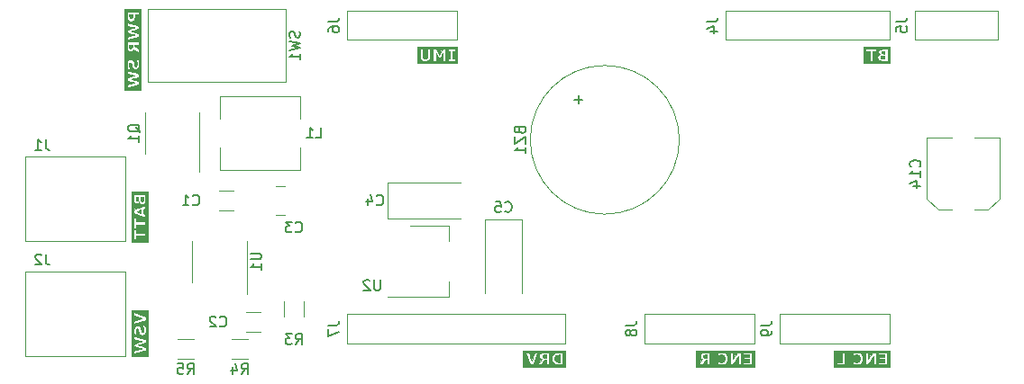
<source format=gbo>
G04 #@! TF.GenerationSoftware,KiCad,Pcbnew,(5.1.10)-1*
G04 #@! TF.CreationDate,2021-07-15T20:03:02+02:00*
G04 #@! TF.ProjectId,wobbly,776f6262-6c79-42e6-9b69-6361645f7063,v1.0*
G04 #@! TF.SameCoordinates,Original*
G04 #@! TF.FileFunction,Legend,Bot*
G04 #@! TF.FilePolarity,Positive*
%FSLAX46Y46*%
G04 Gerber Fmt 4.6, Leading zero omitted, Abs format (unit mm)*
G04 Created by KiCad (PCBNEW (5.1.10)-1) date 2021-07-15 20:03:02*
%MOMM*%
%LPD*%
G01*
G04 APERTURE LIST*
%ADD10C,0.010000*%
%ADD11C,0.120000*%
%ADD12C,0.150000*%
G04 APERTURE END LIST*
D10*
G04 #@! TO.C,G18*
G36*
X101525917Y-59436000D02*
G01*
X106743500Y-59436000D01*
X106743500Y-58113083D01*
X106521250Y-58113083D01*
X106521250Y-59224333D01*
X105706334Y-59224333D01*
X105484084Y-59224333D01*
X105209191Y-59224333D01*
X105206408Y-58859260D01*
X105203625Y-58494186D01*
X104980289Y-58856614D01*
X104756953Y-59219041D01*
X104612519Y-59221986D01*
X104468084Y-59224930D01*
X104468084Y-58674000D01*
X104256050Y-58674000D01*
X104247484Y-58792104D01*
X104222164Y-58898598D01*
X104180654Y-58992679D01*
X104123518Y-59073549D01*
X104051323Y-59140405D01*
X103964631Y-59192447D01*
X103864834Y-59228656D01*
X103816059Y-59237427D01*
X103753285Y-59242770D01*
X103683400Y-59244673D01*
X103613295Y-59243121D01*
X103549859Y-59238100D01*
X103499983Y-59229595D01*
X103499287Y-59229418D01*
X103454889Y-59216461D01*
X103403605Y-59199131D01*
X103364806Y-59184439D01*
X103293403Y-59155541D01*
X103293368Y-59020604D01*
X103293661Y-58959853D01*
X103295926Y-58918549D01*
X103302188Y-58894972D01*
X103314472Y-58887403D01*
X103334805Y-58894123D01*
X103365210Y-58913410D01*
X103394888Y-58934408D01*
X103472714Y-58982722D01*
X103546114Y-59012672D01*
X103618507Y-59025554D01*
X103637292Y-59026265D01*
X103719964Y-59018234D01*
X103791306Y-58992376D01*
X103851052Y-58948856D01*
X103898931Y-58887839D01*
X103916579Y-58854621D01*
X103928570Y-58827095D01*
X103936508Y-58801786D01*
X103941211Y-58773186D01*
X103943499Y-58735785D01*
X103944190Y-58684074D01*
X103944209Y-58668708D01*
X103943706Y-58611762D01*
X103941696Y-58570496D01*
X103937420Y-58539437D01*
X103930125Y-58513111D01*
X103919054Y-58486045D01*
X103918959Y-58485834D01*
X103891489Y-58439504D01*
X103854063Y-58394934D01*
X103842789Y-58384178D01*
X103779459Y-58340510D01*
X103709184Y-58316078D01*
X103633619Y-58310778D01*
X103554419Y-58324504D01*
X103473238Y-58357152D01*
X103391733Y-58408618D01*
X103385846Y-58413085D01*
X103355208Y-58434014D01*
X103328187Y-58448054D01*
X103314409Y-58451750D01*
X103305773Y-58450555D01*
X103299884Y-58444715D01*
X103296219Y-58430842D01*
X103294255Y-58405550D01*
X103293468Y-58365453D01*
X103293334Y-58315357D01*
X103293334Y-58178964D01*
X103359480Y-58151358D01*
X103407929Y-58133337D01*
X103461991Y-58116429D01*
X103474847Y-58113083D01*
X102573667Y-58113083D01*
X102573667Y-59224333D01*
X101769334Y-59224333D01*
X101769334Y-59012666D01*
X102277334Y-59012666D01*
X102277334Y-58113083D01*
X102573667Y-58113083D01*
X103474847Y-58113083D01*
X103494417Y-58107990D01*
X103552645Y-58098654D01*
X103622678Y-58093516D01*
X103697319Y-58092561D01*
X103769373Y-58095777D01*
X103831644Y-58103148D01*
X103858015Y-58108682D01*
X103958116Y-58144487D01*
X104044932Y-58196330D01*
X104117785Y-58263248D01*
X104175994Y-58344276D01*
X104218881Y-58438450D01*
X104245767Y-58544805D01*
X104255972Y-58662376D01*
X104256050Y-58674000D01*
X104468084Y-58674000D01*
X104468084Y-58113083D01*
X104742926Y-58113083D01*
X104748542Y-58719795D01*
X104939145Y-58419085D01*
X105129747Y-58118375D01*
X105306915Y-58115473D01*
X105484084Y-58112571D01*
X105484084Y-59224333D01*
X105706334Y-59224333D01*
X105706334Y-59012666D01*
X106224917Y-59012666D01*
X106224917Y-58726916D01*
X105748667Y-58726916D01*
X105748667Y-58515250D01*
X106224917Y-58515250D01*
X106224917Y-58324750D01*
X105706334Y-58324750D01*
X105706334Y-58113083D01*
X106521250Y-58113083D01*
X106743500Y-58113083D01*
X106743500Y-57912000D01*
X101525917Y-57912000D01*
X101525917Y-59436000D01*
G37*
X101525917Y-59436000D02*
X106743500Y-59436000D01*
X106743500Y-58113083D01*
X106521250Y-58113083D01*
X106521250Y-59224333D01*
X105706334Y-59224333D01*
X105484084Y-59224333D01*
X105209191Y-59224333D01*
X105206408Y-58859260D01*
X105203625Y-58494186D01*
X104980289Y-58856614D01*
X104756953Y-59219041D01*
X104612519Y-59221986D01*
X104468084Y-59224930D01*
X104468084Y-58674000D01*
X104256050Y-58674000D01*
X104247484Y-58792104D01*
X104222164Y-58898598D01*
X104180654Y-58992679D01*
X104123518Y-59073549D01*
X104051323Y-59140405D01*
X103964631Y-59192447D01*
X103864834Y-59228656D01*
X103816059Y-59237427D01*
X103753285Y-59242770D01*
X103683400Y-59244673D01*
X103613295Y-59243121D01*
X103549859Y-59238100D01*
X103499983Y-59229595D01*
X103499287Y-59229418D01*
X103454889Y-59216461D01*
X103403605Y-59199131D01*
X103364806Y-59184439D01*
X103293403Y-59155541D01*
X103293368Y-59020604D01*
X103293661Y-58959853D01*
X103295926Y-58918549D01*
X103302188Y-58894972D01*
X103314472Y-58887403D01*
X103334805Y-58894123D01*
X103365210Y-58913410D01*
X103394888Y-58934408D01*
X103472714Y-58982722D01*
X103546114Y-59012672D01*
X103618507Y-59025554D01*
X103637292Y-59026265D01*
X103719964Y-59018234D01*
X103791306Y-58992376D01*
X103851052Y-58948856D01*
X103898931Y-58887839D01*
X103916579Y-58854621D01*
X103928570Y-58827095D01*
X103936508Y-58801786D01*
X103941211Y-58773186D01*
X103943499Y-58735785D01*
X103944190Y-58684074D01*
X103944209Y-58668708D01*
X103943706Y-58611762D01*
X103941696Y-58570496D01*
X103937420Y-58539437D01*
X103930125Y-58513111D01*
X103919054Y-58486045D01*
X103918959Y-58485834D01*
X103891489Y-58439504D01*
X103854063Y-58394934D01*
X103842789Y-58384178D01*
X103779459Y-58340510D01*
X103709184Y-58316078D01*
X103633619Y-58310778D01*
X103554419Y-58324504D01*
X103473238Y-58357152D01*
X103391733Y-58408618D01*
X103385846Y-58413085D01*
X103355208Y-58434014D01*
X103328187Y-58448054D01*
X103314409Y-58451750D01*
X103305773Y-58450555D01*
X103299884Y-58444715D01*
X103296219Y-58430842D01*
X103294255Y-58405550D01*
X103293468Y-58365453D01*
X103293334Y-58315357D01*
X103293334Y-58178964D01*
X103359480Y-58151358D01*
X103407929Y-58133337D01*
X103461991Y-58116429D01*
X103474847Y-58113083D01*
X102573667Y-58113083D01*
X102573667Y-59224333D01*
X101769334Y-59224333D01*
X101769334Y-59012666D01*
X102277334Y-59012666D01*
X102277334Y-58113083D01*
X102573667Y-58113083D01*
X103474847Y-58113083D01*
X103494417Y-58107990D01*
X103552645Y-58098654D01*
X103622678Y-58093516D01*
X103697319Y-58092561D01*
X103769373Y-58095777D01*
X103831644Y-58103148D01*
X103858015Y-58108682D01*
X103958116Y-58144487D01*
X104044932Y-58196330D01*
X104117785Y-58263248D01*
X104175994Y-58344276D01*
X104218881Y-58438450D01*
X104245767Y-58544805D01*
X104255972Y-58662376D01*
X104256050Y-58674000D01*
X104468084Y-58674000D01*
X104468084Y-58113083D01*
X104742926Y-58113083D01*
X104748542Y-58719795D01*
X104939145Y-58419085D01*
X105129747Y-58118375D01*
X105306915Y-58115473D01*
X105484084Y-58112571D01*
X105484084Y-59224333D01*
X105706334Y-59224333D01*
X105706334Y-59012666D01*
X106224917Y-59012666D01*
X106224917Y-58726916D01*
X105748667Y-58726916D01*
X105748667Y-58515250D01*
X106224917Y-58515250D01*
X106224917Y-58324750D01*
X105706334Y-58324750D01*
X105706334Y-58113083D01*
X106521250Y-58113083D01*
X106743500Y-58113083D01*
X106743500Y-57912000D01*
X101525917Y-57912000D01*
X101525917Y-59436000D01*
G04 #@! TO.C,G17*
G36*
X89465251Y-58317807D02*
G01*
X89401601Y-58323502D01*
X89350853Y-58331731D01*
X89317017Y-58341836D01*
X89315783Y-58342406D01*
X89280291Y-58369521D01*
X89259379Y-58407150D01*
X89252721Y-58450779D01*
X89259992Y-58495894D01*
X89280865Y-58537979D01*
X89315017Y-58572520D01*
X89333164Y-58583652D01*
X89356088Y-58590827D01*
X89393968Y-58597832D01*
X89440611Y-58603651D01*
X89469813Y-58606120D01*
X89577334Y-58613525D01*
X89577334Y-58310950D01*
X89465251Y-58317807D01*
G37*
X89465251Y-58317807D02*
X89401601Y-58323502D01*
X89350853Y-58331731D01*
X89317017Y-58341836D01*
X89315783Y-58342406D01*
X89280291Y-58369521D01*
X89259379Y-58407150D01*
X89252721Y-58450779D01*
X89259992Y-58495894D01*
X89280865Y-58537979D01*
X89315017Y-58572520D01*
X89333164Y-58583652D01*
X89356088Y-58590827D01*
X89393968Y-58597832D01*
X89440611Y-58603651D01*
X89469813Y-58606120D01*
X89577334Y-58613525D01*
X89577334Y-58310950D01*
X89465251Y-58317807D01*
G36*
X88571917Y-59436000D02*
G01*
X94043500Y-59436000D01*
X94043500Y-58113083D01*
X93821250Y-58113083D01*
X93821250Y-59224333D01*
X93006334Y-59224333D01*
X92784084Y-59224333D01*
X92509191Y-59224333D01*
X92506408Y-58859260D01*
X92503625Y-58494186D01*
X92280289Y-58856614D01*
X92056953Y-59219041D01*
X91912519Y-59221986D01*
X91768084Y-59224930D01*
X91768084Y-58674000D01*
X91556050Y-58674000D01*
X91547484Y-58792104D01*
X91522164Y-58898598D01*
X91480654Y-58992679D01*
X91423518Y-59073549D01*
X91351323Y-59140405D01*
X91264631Y-59192447D01*
X91164834Y-59228656D01*
X91116059Y-59237427D01*
X91053285Y-59242770D01*
X90983400Y-59244673D01*
X90913295Y-59243121D01*
X90849859Y-59238100D01*
X90799983Y-59229595D01*
X90799287Y-59229418D01*
X90781863Y-59224333D01*
X89873667Y-59224333D01*
X89577334Y-59224333D01*
X89577334Y-58810527D01*
X89456144Y-58816875D01*
X89307718Y-59020239D01*
X89159292Y-59223604D01*
X88982021Y-59223969D01*
X88923441Y-59223779D01*
X88873026Y-59223025D01*
X88834239Y-59221806D01*
X88810540Y-59220222D01*
X88804750Y-59218845D01*
X88810954Y-59209363D01*
X88828472Y-59185326D01*
X88855660Y-59148916D01*
X88890876Y-59102315D01*
X88932479Y-59047707D01*
X88978826Y-58987275D01*
X88985388Y-58978748D01*
X89166026Y-58744138D01*
X89136201Y-58728871D01*
X89074148Y-58687375D01*
X89020475Y-58632915D01*
X88990165Y-58587896D01*
X88973799Y-58554290D01*
X88963619Y-58521942D01*
X88957764Y-58483003D01*
X88954786Y-58438618D01*
X88953214Y-58391469D01*
X88954706Y-58358066D01*
X88960425Y-58331075D01*
X88971533Y-58303162D01*
X88978626Y-58288292D01*
X89010248Y-58236197D01*
X89050728Y-58194885D01*
X89105165Y-58159640D01*
X89132834Y-58145787D01*
X89191042Y-58118375D01*
X89532355Y-58115065D01*
X89873667Y-58111755D01*
X89873667Y-59224333D01*
X90781863Y-59224333D01*
X90754889Y-59216461D01*
X90703605Y-59199131D01*
X90664806Y-59184439D01*
X90593403Y-59155541D01*
X90593368Y-59020604D01*
X90593661Y-58959853D01*
X90595926Y-58918549D01*
X90602188Y-58894972D01*
X90614472Y-58887403D01*
X90634805Y-58894123D01*
X90665210Y-58913410D01*
X90694888Y-58934408D01*
X90772714Y-58982722D01*
X90846114Y-59012672D01*
X90918507Y-59025554D01*
X90937292Y-59026265D01*
X91019964Y-59018234D01*
X91091306Y-58992376D01*
X91151052Y-58948856D01*
X91198931Y-58887839D01*
X91216579Y-58854621D01*
X91228570Y-58827095D01*
X91236508Y-58801786D01*
X91241211Y-58773186D01*
X91243499Y-58735785D01*
X91244190Y-58684074D01*
X91244209Y-58668708D01*
X91243706Y-58611762D01*
X91241696Y-58570496D01*
X91237420Y-58539437D01*
X91230125Y-58513111D01*
X91219054Y-58486045D01*
X91218959Y-58485834D01*
X91191489Y-58439504D01*
X91154063Y-58394934D01*
X91142789Y-58384178D01*
X91079459Y-58340510D01*
X91009184Y-58316078D01*
X90933619Y-58310778D01*
X90854419Y-58324504D01*
X90773238Y-58357152D01*
X90691733Y-58408618D01*
X90685846Y-58413085D01*
X90655208Y-58434014D01*
X90628187Y-58448054D01*
X90614409Y-58451750D01*
X90605773Y-58450555D01*
X90599884Y-58444715D01*
X90596219Y-58430842D01*
X90594255Y-58405550D01*
X90593468Y-58365453D01*
X90593334Y-58315357D01*
X90593334Y-58178964D01*
X90659480Y-58151358D01*
X90707929Y-58133337D01*
X90761991Y-58116429D01*
X90794417Y-58107990D01*
X90852645Y-58098654D01*
X90922678Y-58093516D01*
X90997319Y-58092561D01*
X91069373Y-58095777D01*
X91131644Y-58103148D01*
X91158015Y-58108682D01*
X91258116Y-58144487D01*
X91344932Y-58196330D01*
X91417785Y-58263248D01*
X91475994Y-58344276D01*
X91518881Y-58438450D01*
X91545767Y-58544805D01*
X91555972Y-58662376D01*
X91556050Y-58674000D01*
X91768084Y-58674000D01*
X91768084Y-58113083D01*
X92042926Y-58113083D01*
X92048542Y-58719795D01*
X92239145Y-58419085D01*
X92429747Y-58118375D01*
X92606915Y-58115473D01*
X92784084Y-58112571D01*
X92784084Y-59224333D01*
X93006334Y-59224333D01*
X93006334Y-59012666D01*
X93524917Y-59012666D01*
X93524917Y-58726916D01*
X93048667Y-58726916D01*
X93048667Y-58515250D01*
X93524917Y-58515250D01*
X93524917Y-58324750D01*
X93006334Y-58324750D01*
X93006334Y-58113083D01*
X93821250Y-58113083D01*
X94043500Y-58113083D01*
X94043500Y-57912000D01*
X88571917Y-57912000D01*
X88571917Y-59436000D01*
G37*
X88571917Y-59436000D02*
X94043500Y-59436000D01*
X94043500Y-58113083D01*
X93821250Y-58113083D01*
X93821250Y-59224333D01*
X93006334Y-59224333D01*
X92784084Y-59224333D01*
X92509191Y-59224333D01*
X92506408Y-58859260D01*
X92503625Y-58494186D01*
X92280289Y-58856614D01*
X92056953Y-59219041D01*
X91912519Y-59221986D01*
X91768084Y-59224930D01*
X91768084Y-58674000D01*
X91556050Y-58674000D01*
X91547484Y-58792104D01*
X91522164Y-58898598D01*
X91480654Y-58992679D01*
X91423518Y-59073549D01*
X91351323Y-59140405D01*
X91264631Y-59192447D01*
X91164834Y-59228656D01*
X91116059Y-59237427D01*
X91053285Y-59242770D01*
X90983400Y-59244673D01*
X90913295Y-59243121D01*
X90849859Y-59238100D01*
X90799983Y-59229595D01*
X90799287Y-59229418D01*
X90781863Y-59224333D01*
X89873667Y-59224333D01*
X89577334Y-59224333D01*
X89577334Y-58810527D01*
X89456144Y-58816875D01*
X89307718Y-59020239D01*
X89159292Y-59223604D01*
X88982021Y-59223969D01*
X88923441Y-59223779D01*
X88873026Y-59223025D01*
X88834239Y-59221806D01*
X88810540Y-59220222D01*
X88804750Y-59218845D01*
X88810954Y-59209363D01*
X88828472Y-59185326D01*
X88855660Y-59148916D01*
X88890876Y-59102315D01*
X88932479Y-59047707D01*
X88978826Y-58987275D01*
X88985388Y-58978748D01*
X89166026Y-58744138D01*
X89136201Y-58728871D01*
X89074148Y-58687375D01*
X89020475Y-58632915D01*
X88990165Y-58587896D01*
X88973799Y-58554290D01*
X88963619Y-58521942D01*
X88957764Y-58483003D01*
X88954786Y-58438618D01*
X88953214Y-58391469D01*
X88954706Y-58358066D01*
X88960425Y-58331075D01*
X88971533Y-58303162D01*
X88978626Y-58288292D01*
X89010248Y-58236197D01*
X89050728Y-58194885D01*
X89105165Y-58159640D01*
X89132834Y-58145787D01*
X89191042Y-58118375D01*
X89532355Y-58115065D01*
X89873667Y-58111755D01*
X89873667Y-59224333D01*
X90781863Y-59224333D01*
X90754889Y-59216461D01*
X90703605Y-59199131D01*
X90664806Y-59184439D01*
X90593403Y-59155541D01*
X90593368Y-59020604D01*
X90593661Y-58959853D01*
X90595926Y-58918549D01*
X90602188Y-58894972D01*
X90614472Y-58887403D01*
X90634805Y-58894123D01*
X90665210Y-58913410D01*
X90694888Y-58934408D01*
X90772714Y-58982722D01*
X90846114Y-59012672D01*
X90918507Y-59025554D01*
X90937292Y-59026265D01*
X91019964Y-59018234D01*
X91091306Y-58992376D01*
X91151052Y-58948856D01*
X91198931Y-58887839D01*
X91216579Y-58854621D01*
X91228570Y-58827095D01*
X91236508Y-58801786D01*
X91241211Y-58773186D01*
X91243499Y-58735785D01*
X91244190Y-58684074D01*
X91244209Y-58668708D01*
X91243706Y-58611762D01*
X91241696Y-58570496D01*
X91237420Y-58539437D01*
X91230125Y-58513111D01*
X91219054Y-58486045D01*
X91218959Y-58485834D01*
X91191489Y-58439504D01*
X91154063Y-58394934D01*
X91142789Y-58384178D01*
X91079459Y-58340510D01*
X91009184Y-58316078D01*
X90933619Y-58310778D01*
X90854419Y-58324504D01*
X90773238Y-58357152D01*
X90691733Y-58408618D01*
X90685846Y-58413085D01*
X90655208Y-58434014D01*
X90628187Y-58448054D01*
X90614409Y-58451750D01*
X90605773Y-58450555D01*
X90599884Y-58444715D01*
X90596219Y-58430842D01*
X90594255Y-58405550D01*
X90593468Y-58365453D01*
X90593334Y-58315357D01*
X90593334Y-58178964D01*
X90659480Y-58151358D01*
X90707929Y-58133337D01*
X90761991Y-58116429D01*
X90794417Y-58107990D01*
X90852645Y-58098654D01*
X90922678Y-58093516D01*
X90997319Y-58092561D01*
X91069373Y-58095777D01*
X91131644Y-58103148D01*
X91158015Y-58108682D01*
X91258116Y-58144487D01*
X91344932Y-58196330D01*
X91417785Y-58263248D01*
X91475994Y-58344276D01*
X91518881Y-58438450D01*
X91545767Y-58544805D01*
X91555972Y-58662376D01*
X91556050Y-58674000D01*
X91768084Y-58674000D01*
X91768084Y-58113083D01*
X92042926Y-58113083D01*
X92048542Y-58719795D01*
X92239145Y-58419085D01*
X92429747Y-58118375D01*
X92606915Y-58115473D01*
X92784084Y-58112571D01*
X92784084Y-59224333D01*
X93006334Y-59224333D01*
X93006334Y-59012666D01*
X93524917Y-59012666D01*
X93524917Y-58726916D01*
X93048667Y-58726916D01*
X93048667Y-58515250D01*
X93524917Y-58515250D01*
X93524917Y-58324750D01*
X93006334Y-58324750D01*
X93006334Y-58113083D01*
X93821250Y-58113083D01*
X94043500Y-58113083D01*
X94043500Y-57912000D01*
X88571917Y-57912000D01*
X88571917Y-59436000D01*
G04 #@! TO.C,G16*
G36*
X74361746Y-58317874D02*
G01*
X74291888Y-58324088D01*
X74240050Y-58333816D01*
X74203200Y-58348350D01*
X74178306Y-58368980D01*
X74162340Y-58396997D01*
X74159858Y-58403879D01*
X74151746Y-58457296D01*
X74161832Y-58507674D01*
X74188199Y-58550478D01*
X74228927Y-58581177D01*
X74236303Y-58584519D01*
X74261351Y-58591355D01*
X74300844Y-58598132D01*
X74348081Y-58603796D01*
X74372109Y-58605853D01*
X74474917Y-58613400D01*
X74474917Y-58310950D01*
X74361746Y-58317874D01*
G37*
X74361746Y-58317874D02*
X74291888Y-58324088D01*
X74240050Y-58333816D01*
X74203200Y-58348350D01*
X74178306Y-58368980D01*
X74162340Y-58396997D01*
X74159858Y-58403879D01*
X74151746Y-58457296D01*
X74161832Y-58507674D01*
X74188199Y-58550478D01*
X74228927Y-58581177D01*
X74236303Y-58584519D01*
X74261351Y-58591355D01*
X74300844Y-58598132D01*
X74348081Y-58603796D01*
X74372109Y-58605853D01*
X74474917Y-58613400D01*
X74474917Y-58310950D01*
X74361746Y-58317874D01*
G36*
X75641730Y-58329042D02*
G01*
X75564574Y-58336861D01*
X75503726Y-58349211D01*
X75454544Y-58367594D01*
X75412387Y-58393511D01*
X75392691Y-58409589D01*
X75348314Y-58457607D01*
X75318389Y-58512544D01*
X75301375Y-58578352D01*
X75295734Y-58658125D01*
X75297146Y-58708320D01*
X75301435Y-58757168D01*
X75307764Y-58795969D01*
X75309760Y-58803752D01*
X75332563Y-58853884D01*
X75369221Y-58904051D01*
X75413694Y-58947061D01*
X75450500Y-58971310D01*
X75483597Y-58983245D01*
X75531640Y-58994347D01*
X75588408Y-59003608D01*
X75647682Y-59010021D01*
X75703240Y-59012578D01*
X75705230Y-59012586D01*
X75744917Y-59012666D01*
X75744917Y-58321849D01*
X75641730Y-58329042D01*
G37*
X75641730Y-58329042D02*
X75564574Y-58336861D01*
X75503726Y-58349211D01*
X75454544Y-58367594D01*
X75412387Y-58393511D01*
X75392691Y-58409589D01*
X75348314Y-58457607D01*
X75318389Y-58512544D01*
X75301375Y-58578352D01*
X75295734Y-58658125D01*
X75297146Y-58708320D01*
X75301435Y-58757168D01*
X75307764Y-58795969D01*
X75309760Y-58803752D01*
X75332563Y-58853884D01*
X75369221Y-58904051D01*
X75413694Y-58947061D01*
X75450500Y-58971310D01*
X75483597Y-58983245D01*
X75531640Y-58994347D01*
X75588408Y-59003608D01*
X75647682Y-59010021D01*
X75703240Y-59012578D01*
X75705230Y-59012586D01*
X75744917Y-59012666D01*
X75744917Y-58321849D01*
X75641730Y-58329042D01*
G36*
X72315917Y-59436000D02*
G01*
X76263500Y-59436000D01*
X76263500Y-58113083D01*
X76041250Y-58113083D01*
X76041250Y-59224333D01*
X74771250Y-59224333D01*
X74474917Y-59224333D01*
X74474917Y-58810527D01*
X74353727Y-58816875D01*
X74205301Y-59020239D01*
X74056875Y-59223604D01*
X73879605Y-59223969D01*
X73821024Y-59223779D01*
X73770610Y-59223025D01*
X73731822Y-59221806D01*
X73708123Y-59220222D01*
X73702334Y-59218845D01*
X73708538Y-59209363D01*
X73726055Y-59185326D01*
X73753243Y-59148916D01*
X73788459Y-59102315D01*
X73830062Y-59047707D01*
X73876409Y-58987275D01*
X73882972Y-58978748D01*
X74063610Y-58744138D01*
X74033784Y-58728871D01*
X73971731Y-58687375D01*
X73918059Y-58632915D01*
X73887749Y-58587896D01*
X73871383Y-58554290D01*
X73861202Y-58521942D01*
X73855347Y-58483003D01*
X73852369Y-58438618D01*
X73850798Y-58391469D01*
X73852290Y-58358066D01*
X73858008Y-58331075D01*
X73869116Y-58303162D01*
X73876210Y-58288292D01*
X73907832Y-58236197D01*
X73948311Y-58194885D01*
X74002748Y-58159640D01*
X74030417Y-58145787D01*
X74088625Y-58118375D01*
X74429938Y-58115065D01*
X74634312Y-58113083D01*
X73699466Y-58113083D01*
X73295418Y-59224333D01*
X72966249Y-59224333D01*
X72562201Y-58113083D01*
X72863756Y-58113083D01*
X72946278Y-58353854D01*
X72973087Y-58431957D01*
X73001017Y-58513126D01*
X73028220Y-58592003D01*
X73052849Y-58663233D01*
X73073056Y-58721462D01*
X73078166Y-58736127D01*
X73127533Y-58877629D01*
X73203559Y-58656752D01*
X73230373Y-58578813D01*
X73259127Y-58495171D01*
X73287610Y-58412261D01*
X73313612Y-58336518D01*
X73334856Y-58274568D01*
X73390125Y-58113262D01*
X73544796Y-58113172D01*
X73699466Y-58113083D01*
X74634312Y-58113083D01*
X74771250Y-58111755D01*
X74771250Y-59224333D01*
X76041250Y-59224333D01*
X75768730Y-59224149D01*
X75669439Y-59223637D01*
X75588911Y-59222176D01*
X75524756Y-59219659D01*
X75474585Y-59215975D01*
X75436012Y-59211018D01*
X75422125Y-59208411D01*
X75319956Y-59177408D01*
X75228678Y-59130158D01*
X75150859Y-59068059D01*
X75135795Y-59052538D01*
X75073674Y-58971486D01*
X75028504Y-58882826D01*
X74999855Y-58789082D01*
X74987297Y-58692779D01*
X74990402Y-58596440D01*
X75008740Y-58502589D01*
X75041880Y-58413750D01*
X75089394Y-58332447D01*
X75150852Y-58261203D01*
X75225824Y-58202544D01*
X75285937Y-58170400D01*
X75327168Y-58153708D01*
X75369680Y-58140454D01*
X75416488Y-58130282D01*
X75470607Y-58122835D01*
X75535053Y-58117757D01*
X75612841Y-58114691D01*
X75706986Y-58113282D01*
X75770929Y-58113083D01*
X76041250Y-58113083D01*
X76263500Y-58113083D01*
X76263500Y-57912000D01*
X72315917Y-57912000D01*
X72315917Y-59436000D01*
G37*
X72315917Y-59436000D02*
X76263500Y-59436000D01*
X76263500Y-58113083D01*
X76041250Y-58113083D01*
X76041250Y-59224333D01*
X74771250Y-59224333D01*
X74474917Y-59224333D01*
X74474917Y-58810527D01*
X74353727Y-58816875D01*
X74205301Y-59020239D01*
X74056875Y-59223604D01*
X73879605Y-59223969D01*
X73821024Y-59223779D01*
X73770610Y-59223025D01*
X73731822Y-59221806D01*
X73708123Y-59220222D01*
X73702334Y-59218845D01*
X73708538Y-59209363D01*
X73726055Y-59185326D01*
X73753243Y-59148916D01*
X73788459Y-59102315D01*
X73830062Y-59047707D01*
X73876409Y-58987275D01*
X73882972Y-58978748D01*
X74063610Y-58744138D01*
X74033784Y-58728871D01*
X73971731Y-58687375D01*
X73918059Y-58632915D01*
X73887749Y-58587896D01*
X73871383Y-58554290D01*
X73861202Y-58521942D01*
X73855347Y-58483003D01*
X73852369Y-58438618D01*
X73850798Y-58391469D01*
X73852290Y-58358066D01*
X73858008Y-58331075D01*
X73869116Y-58303162D01*
X73876210Y-58288292D01*
X73907832Y-58236197D01*
X73948311Y-58194885D01*
X74002748Y-58159640D01*
X74030417Y-58145787D01*
X74088625Y-58118375D01*
X74429938Y-58115065D01*
X74634312Y-58113083D01*
X73699466Y-58113083D01*
X73295418Y-59224333D01*
X72966249Y-59224333D01*
X72562201Y-58113083D01*
X72863756Y-58113083D01*
X72946278Y-58353854D01*
X72973087Y-58431957D01*
X73001017Y-58513126D01*
X73028220Y-58592003D01*
X73052849Y-58663233D01*
X73073056Y-58721462D01*
X73078166Y-58736127D01*
X73127533Y-58877629D01*
X73203559Y-58656752D01*
X73230373Y-58578813D01*
X73259127Y-58495171D01*
X73287610Y-58412261D01*
X73313612Y-58336518D01*
X73334856Y-58274568D01*
X73390125Y-58113262D01*
X73544796Y-58113172D01*
X73699466Y-58113083D01*
X74634312Y-58113083D01*
X74771250Y-58111755D01*
X74771250Y-59224333D01*
X76041250Y-59224333D01*
X75768730Y-59224149D01*
X75669439Y-59223637D01*
X75588911Y-59222176D01*
X75524756Y-59219659D01*
X75474585Y-59215975D01*
X75436012Y-59211018D01*
X75422125Y-59208411D01*
X75319956Y-59177408D01*
X75228678Y-59130158D01*
X75150859Y-59068059D01*
X75135795Y-59052538D01*
X75073674Y-58971486D01*
X75028504Y-58882826D01*
X74999855Y-58789082D01*
X74987297Y-58692779D01*
X74990402Y-58596440D01*
X75008740Y-58502589D01*
X75041880Y-58413750D01*
X75089394Y-58332447D01*
X75150852Y-58261203D01*
X75225824Y-58202544D01*
X75285937Y-58170400D01*
X75327168Y-58153708D01*
X75369680Y-58140454D01*
X75416488Y-58130282D01*
X75470607Y-58122835D01*
X75535053Y-58117757D01*
X75612841Y-58114691D01*
X75706986Y-58113282D01*
X75770929Y-58113083D01*
X76041250Y-58113083D01*
X76263500Y-58113083D01*
X76263500Y-57912000D01*
X72315917Y-57912000D01*
X72315917Y-59436000D01*
G04 #@! TO.C,G15*
G36*
X106158771Y-29743315D02*
G01*
X106100875Y-29748353D01*
X106060403Y-29754982D01*
X106033632Y-29763929D01*
X106023921Y-29769717D01*
X105996898Y-29800844D01*
X105984513Y-29839947D01*
X105986572Y-29880876D01*
X106002877Y-29917478D01*
X106029397Y-29941538D01*
X106060565Y-29952701D01*
X106109857Y-29961623D01*
X106164063Y-29967044D01*
X106267250Y-29974517D01*
X106267250Y-29736140D01*
X106158771Y-29743315D01*
G37*
X106158771Y-29743315D02*
X106100875Y-29748353D01*
X106060403Y-29754982D01*
X106033632Y-29763929D01*
X106023921Y-29769717D01*
X105996898Y-29800844D01*
X105984513Y-29839947D01*
X105986572Y-29880876D01*
X106002877Y-29917478D01*
X106029397Y-29941538D01*
X106060565Y-29952701D01*
X106109857Y-29961623D01*
X106164063Y-29967044D01*
X106267250Y-29974517D01*
X106267250Y-29736140D01*
X106158771Y-29743315D01*
G36*
X106140105Y-30166083D02*
G01*
X106064801Y-30171641D01*
X106008117Y-30180129D01*
X105967554Y-30193051D01*
X105940613Y-30211914D01*
X105924794Y-30238221D01*
X105917600Y-30273479D01*
X105916372Y-30300829D01*
X105920305Y-30346428D01*
X105934286Y-30381662D01*
X105960402Y-30407834D01*
X106000739Y-30426251D01*
X106057383Y-30438217D01*
X106132419Y-30445037D01*
X106148188Y-30445825D01*
X106267250Y-30451202D01*
X106267250Y-30159247D01*
X106140105Y-30166083D01*
G37*
X106140105Y-30166083D02*
X106064801Y-30171641D01*
X106008117Y-30180129D01*
X105967554Y-30193051D01*
X105940613Y-30211914D01*
X105924794Y-30238221D01*
X105917600Y-30273479D01*
X105916372Y-30300829D01*
X105920305Y-30346428D01*
X105934286Y-30381662D01*
X105960402Y-30407834D01*
X106000739Y-30426251D01*
X106057383Y-30438217D01*
X106132419Y-30445037D01*
X106148188Y-30445825D01*
X106267250Y-30451202D01*
X106267250Y-30159247D01*
X106140105Y-30166083D01*
G36*
X104288167Y-30861000D02*
G01*
X106785833Y-30861000D01*
X106785833Y-29538083D01*
X106563583Y-29538083D01*
X106563583Y-30649333D01*
X106263403Y-30649333D01*
X106182652Y-30648964D01*
X106106096Y-30647924D01*
X106037089Y-30646310D01*
X105978985Y-30644223D01*
X105935137Y-30641761D01*
X105908899Y-30639023D01*
X105907956Y-30638852D01*
X105822524Y-30612810D01*
X105746544Y-30569908D01*
X105683152Y-30512281D01*
X105645393Y-30460069D01*
X105625292Y-30410712D01*
X105613685Y-30349875D01*
X105611178Y-30285719D01*
X105618373Y-30226405D01*
X105626145Y-30200199D01*
X105653837Y-30151992D01*
X105696455Y-30106483D01*
X105747955Y-30069252D01*
X105788665Y-30050155D01*
X105841551Y-30031371D01*
X105795634Y-30002251D01*
X105743542Y-29959867D01*
X105709116Y-29908690D01*
X105690667Y-29845708D01*
X105686861Y-29807946D01*
X105686094Y-29761314D01*
X105690233Y-29727398D01*
X105700498Y-29698071D01*
X105704638Y-29689573D01*
X105745032Y-29632890D01*
X105801831Y-29589280D01*
X105871311Y-29559730D01*
X105893282Y-29553424D01*
X105915524Y-29548467D01*
X105940855Y-29544699D01*
X105972095Y-29541961D01*
X106012062Y-29540092D01*
X106063574Y-29538932D01*
X106129452Y-29538321D01*
X106212512Y-29538099D01*
X106252490Y-29538083D01*
X105515833Y-29538083D01*
X105515833Y-29749750D01*
X105166583Y-29749750D01*
X105166583Y-30649333D01*
X104870250Y-30649333D01*
X104870250Y-29749750D01*
X104521000Y-29749750D01*
X104521000Y-29538083D01*
X105515833Y-29538083D01*
X106252490Y-29538083D01*
X106563583Y-29538083D01*
X106785833Y-29538083D01*
X106785833Y-29337000D01*
X104288167Y-29337000D01*
X104288167Y-30861000D01*
G37*
X104288167Y-30861000D02*
X106785833Y-30861000D01*
X106785833Y-29538083D01*
X106563583Y-29538083D01*
X106563583Y-30649333D01*
X106263403Y-30649333D01*
X106182652Y-30648964D01*
X106106096Y-30647924D01*
X106037089Y-30646310D01*
X105978985Y-30644223D01*
X105935137Y-30641761D01*
X105908899Y-30639023D01*
X105907956Y-30638852D01*
X105822524Y-30612810D01*
X105746544Y-30569908D01*
X105683152Y-30512281D01*
X105645393Y-30460069D01*
X105625292Y-30410712D01*
X105613685Y-30349875D01*
X105611178Y-30285719D01*
X105618373Y-30226405D01*
X105626145Y-30200199D01*
X105653837Y-30151992D01*
X105696455Y-30106483D01*
X105747955Y-30069252D01*
X105788665Y-30050155D01*
X105841551Y-30031371D01*
X105795634Y-30002251D01*
X105743542Y-29959867D01*
X105709116Y-29908690D01*
X105690667Y-29845708D01*
X105686861Y-29807946D01*
X105686094Y-29761314D01*
X105690233Y-29727398D01*
X105700498Y-29698071D01*
X105704638Y-29689573D01*
X105745032Y-29632890D01*
X105801831Y-29589280D01*
X105871311Y-29559730D01*
X105893282Y-29553424D01*
X105915524Y-29548467D01*
X105940855Y-29544699D01*
X105972095Y-29541961D01*
X106012062Y-29540092D01*
X106063574Y-29538932D01*
X106129452Y-29538321D01*
X106212512Y-29538099D01*
X106252490Y-29538083D01*
X105515833Y-29538083D01*
X105515833Y-29749750D01*
X105166583Y-29749750D01*
X105166583Y-30649333D01*
X104870250Y-30649333D01*
X104870250Y-29749750D01*
X104521000Y-29749750D01*
X104521000Y-29538083D01*
X105515833Y-29538083D01*
X106252490Y-29538083D01*
X106563583Y-29538083D01*
X106785833Y-29538083D01*
X106785833Y-29337000D01*
X104288167Y-29337000D01*
X104288167Y-30861000D01*
G04 #@! TO.C,G14*
G36*
X62388750Y-30861000D02*
G01*
X66135250Y-30861000D01*
X66135250Y-29538083D01*
X65923584Y-29538083D01*
X65923584Y-29739166D01*
X65743667Y-29739166D01*
X65743667Y-30448250D01*
X65923584Y-30448250D01*
X65923584Y-30649333D01*
X65267417Y-30649333D01*
X65034584Y-30649333D01*
X64759417Y-30649333D01*
X64759083Y-30286854D01*
X64758748Y-29924375D01*
X64660759Y-30151916D01*
X64562769Y-30379458D01*
X64351959Y-30385114D01*
X64254509Y-30154744D01*
X64157058Y-29924375D01*
X64156613Y-30286854D01*
X64156167Y-30649333D01*
X63859834Y-30649333D01*
X63859834Y-29538083D01*
X63618354Y-29538083D01*
X63613841Y-29937604D01*
X63612538Y-30043202D01*
X63611169Y-30129885D01*
X63609622Y-30199903D01*
X63607783Y-30255506D01*
X63605538Y-30298946D01*
X63602773Y-30332474D01*
X63599376Y-30358340D01*
X63595233Y-30378795D01*
X63590814Y-30394311D01*
X63554163Y-30477590D01*
X63502853Y-30545786D01*
X63436533Y-30599213D01*
X63354853Y-30638186D01*
X63301456Y-30654012D01*
X63250003Y-30662511D01*
X63184688Y-30667557D01*
X63112529Y-30669148D01*
X63040548Y-30667279D01*
X62975766Y-30661948D01*
X62929417Y-30654188D01*
X62839681Y-30624315D01*
X62765274Y-30580225D01*
X62705124Y-30521075D01*
X62658158Y-30446024D01*
X62654764Y-30438936D01*
X62626875Y-30379458D01*
X62623774Y-29958770D01*
X62620672Y-29538083D01*
X62917917Y-29538083D01*
X62917917Y-29927424D01*
X62917949Y-30028536D01*
X62918128Y-30110747D01*
X62918576Y-30176323D01*
X62919418Y-30227528D01*
X62920777Y-30266628D01*
X62922777Y-30295888D01*
X62925541Y-30317575D01*
X62929193Y-30333952D01*
X62933857Y-30347287D01*
X62939655Y-30359843D01*
X62941730Y-30363986D01*
X62973135Y-30407573D01*
X63016655Y-30435972D01*
X63074159Y-30450141D01*
X63113709Y-30452218D01*
X63178351Y-30446296D01*
X63228079Y-30427463D01*
X63265869Y-30394117D01*
X63288334Y-30358291D01*
X63314792Y-30305375D01*
X63318249Y-29921729D01*
X63321705Y-29538083D01*
X63618354Y-29538083D01*
X63859834Y-29538083D01*
X64206405Y-29538083D01*
X64326490Y-29807393D01*
X64357795Y-29877064D01*
X64386399Y-29939701D01*
X64411168Y-29992902D01*
X64430969Y-30034267D01*
X64444668Y-30061393D01*
X64451130Y-30071881D01*
X64451391Y-30071887D01*
X64456838Y-30061335D01*
X64469765Y-30034011D01*
X64489002Y-29992459D01*
X64513378Y-29939223D01*
X64541723Y-29876849D01*
X64572865Y-29807882D01*
X64574062Y-29805222D01*
X64691915Y-29543375D01*
X64863250Y-29540467D01*
X65034584Y-29537559D01*
X65034584Y-30649333D01*
X65267417Y-30649333D01*
X65267417Y-30448250D01*
X65447334Y-30448250D01*
X65447334Y-29739166D01*
X65267417Y-29739166D01*
X65267417Y-29538083D01*
X65923584Y-29538083D01*
X66135250Y-29538083D01*
X66135250Y-29337000D01*
X62388750Y-29337000D01*
X62388750Y-30861000D01*
G37*
X62388750Y-30861000D02*
X66135250Y-30861000D01*
X66135250Y-29538083D01*
X65923584Y-29538083D01*
X65923584Y-29739166D01*
X65743667Y-29739166D01*
X65743667Y-30448250D01*
X65923584Y-30448250D01*
X65923584Y-30649333D01*
X65267417Y-30649333D01*
X65034584Y-30649333D01*
X64759417Y-30649333D01*
X64759083Y-30286854D01*
X64758748Y-29924375D01*
X64660759Y-30151916D01*
X64562769Y-30379458D01*
X64351959Y-30385114D01*
X64254509Y-30154744D01*
X64157058Y-29924375D01*
X64156613Y-30286854D01*
X64156167Y-30649333D01*
X63859834Y-30649333D01*
X63859834Y-29538083D01*
X63618354Y-29538083D01*
X63613841Y-29937604D01*
X63612538Y-30043202D01*
X63611169Y-30129885D01*
X63609622Y-30199903D01*
X63607783Y-30255506D01*
X63605538Y-30298946D01*
X63602773Y-30332474D01*
X63599376Y-30358340D01*
X63595233Y-30378795D01*
X63590814Y-30394311D01*
X63554163Y-30477590D01*
X63502853Y-30545786D01*
X63436533Y-30599213D01*
X63354853Y-30638186D01*
X63301456Y-30654012D01*
X63250003Y-30662511D01*
X63184688Y-30667557D01*
X63112529Y-30669148D01*
X63040548Y-30667279D01*
X62975766Y-30661948D01*
X62929417Y-30654188D01*
X62839681Y-30624315D01*
X62765274Y-30580225D01*
X62705124Y-30521075D01*
X62658158Y-30446024D01*
X62654764Y-30438936D01*
X62626875Y-30379458D01*
X62623774Y-29958770D01*
X62620672Y-29538083D01*
X62917917Y-29538083D01*
X62917917Y-29927424D01*
X62917949Y-30028536D01*
X62918128Y-30110747D01*
X62918576Y-30176323D01*
X62919418Y-30227528D01*
X62920777Y-30266628D01*
X62922777Y-30295888D01*
X62925541Y-30317575D01*
X62929193Y-30333952D01*
X62933857Y-30347287D01*
X62939655Y-30359843D01*
X62941730Y-30363986D01*
X62973135Y-30407573D01*
X63016655Y-30435972D01*
X63074159Y-30450141D01*
X63113709Y-30452218D01*
X63178351Y-30446296D01*
X63228079Y-30427463D01*
X63265869Y-30394117D01*
X63288334Y-30358291D01*
X63314792Y-30305375D01*
X63318249Y-29921729D01*
X63321705Y-29538083D01*
X63618354Y-29538083D01*
X63859834Y-29538083D01*
X64206405Y-29538083D01*
X64326490Y-29807393D01*
X64357795Y-29877064D01*
X64386399Y-29939701D01*
X64411168Y-29992902D01*
X64430969Y-30034267D01*
X64444668Y-30061393D01*
X64451130Y-30071881D01*
X64451391Y-30071887D01*
X64456838Y-30061335D01*
X64469765Y-30034011D01*
X64489002Y-29992459D01*
X64513378Y-29939223D01*
X64541723Y-29876849D01*
X64572865Y-29807882D01*
X64574062Y-29805222D01*
X64691915Y-29543375D01*
X64863250Y-29540467D01*
X65034584Y-29537559D01*
X65034584Y-30649333D01*
X65267417Y-30649333D01*
X65267417Y-30448250D01*
X65447334Y-30448250D01*
X65447334Y-29739166D01*
X65267417Y-29739166D01*
X65267417Y-29538083D01*
X65923584Y-29538083D01*
X66135250Y-29538083D01*
X66135250Y-29337000D01*
X62388750Y-29337000D01*
X62388750Y-30861000D01*
G04 #@! TO.C,G13*
G36*
X35330807Y-29258583D02*
G01*
X35336502Y-29322233D01*
X35344731Y-29372981D01*
X35354836Y-29406817D01*
X35355406Y-29408051D01*
X35382521Y-29443543D01*
X35420150Y-29464455D01*
X35463779Y-29471113D01*
X35508894Y-29463842D01*
X35550979Y-29442969D01*
X35585520Y-29408817D01*
X35596652Y-29390670D01*
X35603827Y-29367746D01*
X35610832Y-29329866D01*
X35616651Y-29283223D01*
X35619120Y-29254021D01*
X35626525Y-29146500D01*
X35323950Y-29146500D01*
X35330807Y-29258583D01*
G37*
X35330807Y-29258583D02*
X35336502Y-29322233D01*
X35344731Y-29372981D01*
X35354836Y-29406817D01*
X35355406Y-29408051D01*
X35382521Y-29443543D01*
X35420150Y-29464455D01*
X35463779Y-29471113D01*
X35508894Y-29463842D01*
X35550979Y-29442969D01*
X35585520Y-29408817D01*
X35596652Y-29390670D01*
X35603827Y-29367746D01*
X35610832Y-29329866D01*
X35616651Y-29283223D01*
X35619120Y-29254021D01*
X35626525Y-29146500D01*
X35323950Y-29146500D01*
X35330807Y-29258583D01*
G36*
X35342396Y-26412975D02*
G01*
X35350833Y-26488475D01*
X35364571Y-26545267D01*
X35385092Y-26585460D01*
X35413878Y-26611165D01*
X35452411Y-26624493D01*
X35493161Y-26627667D01*
X35546458Y-26622760D01*
X35587721Y-26606725D01*
X35618459Y-26577592D01*
X35640178Y-26533391D01*
X35654389Y-26472153D01*
X35661499Y-26407803D01*
X35668870Y-26310167D01*
X35334849Y-26310167D01*
X35342396Y-26412975D01*
G37*
X35342396Y-26412975D02*
X35350833Y-26488475D01*
X35364571Y-26545267D01*
X35385092Y-26585460D01*
X35413878Y-26611165D01*
X35452411Y-26624493D01*
X35493161Y-26627667D01*
X35546458Y-26622760D01*
X35587721Y-26606725D01*
X35618459Y-26577592D01*
X35640178Y-26533391D01*
X35654389Y-26472153D01*
X35661499Y-26407803D01*
X35668870Y-26310167D01*
X35334849Y-26310167D01*
X35342396Y-26412975D01*
G36*
X36449000Y-33401000D02*
G01*
X36449000Y-25791584D01*
X36237333Y-25791584D01*
X36237333Y-26013834D01*
X36237333Y-26310167D01*
X35879761Y-26310167D01*
X35875985Y-26471791D01*
X35874354Y-26534122D01*
X35872341Y-26579828D01*
X35869206Y-26613447D01*
X35864209Y-26639517D01*
X35856609Y-26662576D01*
X35845666Y-26687163D01*
X35838449Y-26701979D01*
X35788778Y-26784779D01*
X35730219Y-26848620D01*
X35661820Y-26894168D01*
X35582626Y-26922087D01*
X35508145Y-26932340D01*
X35416374Y-26929364D01*
X35336397Y-26909308D01*
X35268717Y-26872413D01*
X35213840Y-26818921D01*
X35187117Y-26778690D01*
X35170437Y-26747494D01*
X35157097Y-26717805D01*
X35146729Y-26686793D01*
X35138962Y-26651632D01*
X35133427Y-26609495D01*
X35129753Y-26557552D01*
X35127573Y-26492976D01*
X35126514Y-26412940D01*
X35126209Y-26314615D01*
X35126208Y-26312813D01*
X35126083Y-26013834D01*
X36237333Y-26013834D01*
X36237333Y-25791584D01*
X35125526Y-25791584D01*
X35125526Y-27041956D01*
X35239575Y-27072858D01*
X35274687Y-27082343D01*
X35327383Y-27096537D01*
X35394804Y-27114674D01*
X35474089Y-27135983D01*
X35562377Y-27159697D01*
X35656810Y-27185046D01*
X35754525Y-27211263D01*
X35795737Y-27222315D01*
X36237849Y-27340870D01*
X36232041Y-27668014D01*
X35890761Y-27759028D01*
X35809501Y-27780851D01*
X35735160Y-27801110D01*
X35670113Y-27819134D01*
X35616732Y-27834254D01*
X35577391Y-27845801D01*
X35554463Y-27853103D01*
X35549448Y-27855344D01*
X35559263Y-27859295D01*
X35587152Y-27868096D01*
X35630758Y-27881064D01*
X35687725Y-27897518D01*
X35755696Y-27916775D01*
X35832314Y-27938151D01*
X35893375Y-27954982D01*
X36237333Y-28049317D01*
X36237333Y-28372275D01*
X36237333Y-28850167D01*
X36237333Y-29146500D01*
X35823527Y-29146500D01*
X35829875Y-29267690D01*
X36033239Y-29416116D01*
X36236604Y-29564542D01*
X36236969Y-29741813D01*
X36236779Y-29800393D01*
X36236025Y-29850808D01*
X36234806Y-29889595D01*
X36233222Y-29913294D01*
X36231845Y-29919084D01*
X36222363Y-29912880D01*
X36198326Y-29895362D01*
X36161916Y-29868174D01*
X36115315Y-29832958D01*
X36060707Y-29791355D01*
X36000275Y-29745008D01*
X35991748Y-29738446D01*
X35987631Y-29735277D01*
X35987631Y-30502408D01*
X36042625Y-30503464D01*
X36044122Y-30503496D01*
X36178995Y-30506459D01*
X36202540Y-30572564D01*
X36227920Y-30654033D01*
X36244810Y-30734736D01*
X36254342Y-30821826D01*
X36257637Y-30920161D01*
X36256933Y-30992878D01*
X36253423Y-31050823D01*
X36246543Y-31100274D01*
X36237985Y-31138909D01*
X36205257Y-31236528D01*
X36161494Y-31316188D01*
X36106476Y-31378124D01*
X36039984Y-31422573D01*
X35961799Y-31449769D01*
X35945639Y-31453000D01*
X35874298Y-31458219D01*
X35804070Y-31449833D01*
X35743111Y-31428846D01*
X35741135Y-31427839D01*
X35703524Y-31400363D01*
X35664562Y-31358426D01*
X35628896Y-31307862D01*
X35601176Y-31254508D01*
X35599142Y-31249550D01*
X35586878Y-31214152D01*
X35572088Y-31164235D01*
X35556504Y-31106013D01*
X35541857Y-31045699D01*
X35539682Y-31036121D01*
X35522722Y-30963771D01*
X35507919Y-30909650D01*
X35493911Y-30871118D01*
X35479338Y-30845532D01*
X35462837Y-30830249D01*
X35443047Y-30822629D01*
X35428629Y-30820602D01*
X35386441Y-30825516D01*
X35354101Y-30848301D01*
X35331441Y-30889260D01*
X35318293Y-30948694D01*
X35314476Y-31025316D01*
X35322916Y-31113544D01*
X35345346Y-31203766D01*
X35379301Y-31287469D01*
X35401966Y-31327593D01*
X35422020Y-31360129D01*
X35432241Y-31382916D01*
X35430561Y-31397688D01*
X35414916Y-31406182D01*
X35383238Y-31410132D01*
X35333462Y-31411273D01*
X35302250Y-31411334D01*
X35171500Y-31411334D01*
X35149283Y-31334604D01*
X35127666Y-31251640D01*
X35125526Y-31239830D01*
X35125526Y-31550456D01*
X35239575Y-31581358D01*
X35274687Y-31590843D01*
X35327383Y-31605037D01*
X35394804Y-31623174D01*
X35474089Y-31644483D01*
X35562377Y-31668197D01*
X35656810Y-31693546D01*
X35754525Y-31719763D01*
X35795737Y-31730815D01*
X36237849Y-31849370D01*
X36232041Y-32176514D01*
X35890761Y-32267528D01*
X35809501Y-32289351D01*
X35735160Y-32309610D01*
X35670113Y-32327634D01*
X35616732Y-32342754D01*
X35577391Y-32354301D01*
X35554463Y-32361603D01*
X35549448Y-32363844D01*
X35559263Y-32367795D01*
X35587152Y-32376596D01*
X35630758Y-32389564D01*
X35687725Y-32406018D01*
X35755696Y-32425275D01*
X35832314Y-32446651D01*
X35893375Y-32463482D01*
X36237333Y-32557817D01*
X36237333Y-32880775D01*
X36202937Y-32891701D01*
X36185897Y-32896622D01*
X36151469Y-32906161D01*
X36101983Y-32919692D01*
X36039769Y-32936591D01*
X35967157Y-32956234D01*
X35886477Y-32977995D01*
X35800059Y-33001251D01*
X35710234Y-33025377D01*
X35619331Y-33049749D01*
X35529680Y-33073741D01*
X35443611Y-33096729D01*
X35363455Y-33118089D01*
X35291542Y-33137195D01*
X35230200Y-33153425D01*
X35181762Y-33166152D01*
X35148556Y-33174753D01*
X35132912Y-33178602D01*
X35132040Y-33178750D01*
X35129894Y-33168800D01*
X35128092Y-33141480D01*
X35126786Y-33100585D01*
X35126130Y-33049912D01*
X35126083Y-33031297D01*
X35126338Y-32972192D01*
X35127374Y-32930920D01*
X35129592Y-32904148D01*
X35133396Y-32888545D01*
X35139190Y-32880779D01*
X35144604Y-32878235D01*
X35159067Y-32874559D01*
X35191587Y-32866709D01*
X35239597Y-32855291D01*
X35300535Y-32840910D01*
X35371835Y-32824172D01*
X35450933Y-32805684D01*
X35507083Y-32792603D01*
X35589488Y-32773409D01*
X35665389Y-32755690D01*
X35732306Y-32740028D01*
X35787758Y-32727004D01*
X35829265Y-32717202D01*
X35854346Y-32711203D01*
X35860778Y-32709585D01*
X35853166Y-32706418D01*
X35827220Y-32698719D01*
X35785145Y-32687076D01*
X35729142Y-32672081D01*
X35661418Y-32654323D01*
X35584174Y-32634392D01*
X35499616Y-32612877D01*
X35498022Y-32612474D01*
X35125527Y-32518357D01*
X35128451Y-32370039D01*
X35131375Y-32221720D01*
X35496500Y-32124545D01*
X35579873Y-32102080D01*
X35655689Y-32081117D01*
X35721784Y-32062297D01*
X35775991Y-32046260D01*
X35816144Y-32033646D01*
X35840079Y-32025095D01*
X35845750Y-32021289D01*
X35831938Y-32017613D01*
X35799982Y-32009959D01*
X35752410Y-31998905D01*
X35691748Y-31985030D01*
X35620521Y-31968913D01*
X35541258Y-31951133D01*
X35480625Y-31937625D01*
X35131375Y-31860042D01*
X35128450Y-31705249D01*
X35125526Y-31550456D01*
X35125526Y-31239830D01*
X35113981Y-31176115D01*
X35106899Y-31098419D01*
X35105073Y-31015161D01*
X35111726Y-30897839D01*
X35131610Y-30796247D01*
X35165112Y-30709287D01*
X35212622Y-30635864D01*
X35255225Y-30591209D01*
X35320121Y-30546454D01*
X35392929Y-30519878D01*
X35469985Y-30511941D01*
X35547619Y-30523104D01*
X35609021Y-30546772D01*
X35653947Y-30574536D01*
X35692239Y-30610020D01*
X35725175Y-30655619D01*
X35754029Y-30713730D01*
X35780079Y-30786747D01*
X35804600Y-30877068D01*
X35819350Y-30941672D01*
X35830810Y-30992012D01*
X35842000Y-31036520D01*
X35851556Y-31070041D01*
X35857601Y-31086489D01*
X35887679Y-31129328D01*
X35921867Y-31152554D01*
X35957436Y-31156145D01*
X35991661Y-31140077D01*
X36021814Y-31104329D01*
X36030540Y-31087927D01*
X36040868Y-31052247D01*
X36046833Y-31002000D01*
X36048411Y-30943335D01*
X36045581Y-30882402D01*
X36038319Y-30825349D01*
X36031623Y-30794781D01*
X36014252Y-30742816D01*
X35989146Y-30683455D01*
X35960449Y-30625635D01*
X35932306Y-30578292D01*
X35929076Y-30573616D01*
X35914912Y-30546755D01*
X35909250Y-30523029D01*
X35910106Y-30513802D01*
X35914955Y-30507620D01*
X35927213Y-30503991D01*
X35950300Y-30502418D01*
X35987631Y-30502408D01*
X35987631Y-29735277D01*
X35757138Y-29557808D01*
X35741871Y-29587633D01*
X35700375Y-29649686D01*
X35645915Y-29703359D01*
X35600896Y-29733669D01*
X35567290Y-29750035D01*
X35534942Y-29760215D01*
X35496003Y-29766070D01*
X35451618Y-29769048D01*
X35404469Y-29770620D01*
X35371066Y-29769128D01*
X35344075Y-29763409D01*
X35316162Y-29752301D01*
X35301292Y-29745208D01*
X35249197Y-29713586D01*
X35207885Y-29673106D01*
X35172640Y-29618669D01*
X35158787Y-29591000D01*
X35131375Y-29532792D01*
X35128065Y-29191479D01*
X35124755Y-28850167D01*
X36237333Y-28850167D01*
X36237333Y-28372275D01*
X36202937Y-28383201D01*
X36185897Y-28388122D01*
X36151469Y-28397661D01*
X36101983Y-28411192D01*
X36039769Y-28428091D01*
X35967157Y-28447734D01*
X35886477Y-28469495D01*
X35800059Y-28492751D01*
X35710234Y-28516877D01*
X35619331Y-28541249D01*
X35529680Y-28565241D01*
X35443611Y-28588229D01*
X35363455Y-28609589D01*
X35291542Y-28628695D01*
X35230200Y-28644925D01*
X35181762Y-28657652D01*
X35148556Y-28666253D01*
X35132912Y-28670102D01*
X35132040Y-28670250D01*
X35129894Y-28660300D01*
X35128092Y-28632980D01*
X35126786Y-28592085D01*
X35126130Y-28541412D01*
X35126083Y-28522797D01*
X35126338Y-28463692D01*
X35127374Y-28422420D01*
X35129592Y-28395648D01*
X35133396Y-28380045D01*
X35139190Y-28372279D01*
X35144604Y-28369735D01*
X35159067Y-28366059D01*
X35191587Y-28358209D01*
X35239597Y-28346791D01*
X35300535Y-28332410D01*
X35371835Y-28315672D01*
X35450933Y-28297184D01*
X35507083Y-28284103D01*
X35589488Y-28264909D01*
X35665389Y-28247190D01*
X35732306Y-28231528D01*
X35787758Y-28218504D01*
X35829265Y-28208702D01*
X35854346Y-28202703D01*
X35860778Y-28201085D01*
X35853166Y-28197918D01*
X35827220Y-28190219D01*
X35785145Y-28178576D01*
X35729142Y-28163581D01*
X35661418Y-28145823D01*
X35584174Y-28125892D01*
X35499616Y-28104377D01*
X35498022Y-28103974D01*
X35125527Y-28009857D01*
X35128451Y-27861539D01*
X35131375Y-27713220D01*
X35496500Y-27616045D01*
X35579873Y-27593580D01*
X35655689Y-27572617D01*
X35721784Y-27553797D01*
X35775991Y-27537760D01*
X35816144Y-27525146D01*
X35840079Y-27516595D01*
X35845750Y-27512789D01*
X35831938Y-27509113D01*
X35799982Y-27501459D01*
X35752410Y-27490405D01*
X35691748Y-27476530D01*
X35620521Y-27460413D01*
X35541258Y-27442633D01*
X35480625Y-27429125D01*
X35131375Y-27351542D01*
X35128450Y-27196749D01*
X35125526Y-27041956D01*
X35125526Y-25791584D01*
X34925000Y-25791584D01*
X34925000Y-33401000D01*
X36449000Y-33401000D01*
G37*
X36449000Y-33401000D02*
X36449000Y-25791584D01*
X36237333Y-25791584D01*
X36237333Y-26013834D01*
X36237333Y-26310167D01*
X35879761Y-26310167D01*
X35875985Y-26471791D01*
X35874354Y-26534122D01*
X35872341Y-26579828D01*
X35869206Y-26613447D01*
X35864209Y-26639517D01*
X35856609Y-26662576D01*
X35845666Y-26687163D01*
X35838449Y-26701979D01*
X35788778Y-26784779D01*
X35730219Y-26848620D01*
X35661820Y-26894168D01*
X35582626Y-26922087D01*
X35508145Y-26932340D01*
X35416374Y-26929364D01*
X35336397Y-26909308D01*
X35268717Y-26872413D01*
X35213840Y-26818921D01*
X35187117Y-26778690D01*
X35170437Y-26747494D01*
X35157097Y-26717805D01*
X35146729Y-26686793D01*
X35138962Y-26651632D01*
X35133427Y-26609495D01*
X35129753Y-26557552D01*
X35127573Y-26492976D01*
X35126514Y-26412940D01*
X35126209Y-26314615D01*
X35126208Y-26312813D01*
X35126083Y-26013834D01*
X36237333Y-26013834D01*
X36237333Y-25791584D01*
X35125526Y-25791584D01*
X35125526Y-27041956D01*
X35239575Y-27072858D01*
X35274687Y-27082343D01*
X35327383Y-27096537D01*
X35394804Y-27114674D01*
X35474089Y-27135983D01*
X35562377Y-27159697D01*
X35656810Y-27185046D01*
X35754525Y-27211263D01*
X35795737Y-27222315D01*
X36237849Y-27340870D01*
X36232041Y-27668014D01*
X35890761Y-27759028D01*
X35809501Y-27780851D01*
X35735160Y-27801110D01*
X35670113Y-27819134D01*
X35616732Y-27834254D01*
X35577391Y-27845801D01*
X35554463Y-27853103D01*
X35549448Y-27855344D01*
X35559263Y-27859295D01*
X35587152Y-27868096D01*
X35630758Y-27881064D01*
X35687725Y-27897518D01*
X35755696Y-27916775D01*
X35832314Y-27938151D01*
X35893375Y-27954982D01*
X36237333Y-28049317D01*
X36237333Y-28372275D01*
X36237333Y-28850167D01*
X36237333Y-29146500D01*
X35823527Y-29146500D01*
X35829875Y-29267690D01*
X36033239Y-29416116D01*
X36236604Y-29564542D01*
X36236969Y-29741813D01*
X36236779Y-29800393D01*
X36236025Y-29850808D01*
X36234806Y-29889595D01*
X36233222Y-29913294D01*
X36231845Y-29919084D01*
X36222363Y-29912880D01*
X36198326Y-29895362D01*
X36161916Y-29868174D01*
X36115315Y-29832958D01*
X36060707Y-29791355D01*
X36000275Y-29745008D01*
X35991748Y-29738446D01*
X35987631Y-29735277D01*
X35987631Y-30502408D01*
X36042625Y-30503464D01*
X36044122Y-30503496D01*
X36178995Y-30506459D01*
X36202540Y-30572564D01*
X36227920Y-30654033D01*
X36244810Y-30734736D01*
X36254342Y-30821826D01*
X36257637Y-30920161D01*
X36256933Y-30992878D01*
X36253423Y-31050823D01*
X36246543Y-31100274D01*
X36237985Y-31138909D01*
X36205257Y-31236528D01*
X36161494Y-31316188D01*
X36106476Y-31378124D01*
X36039984Y-31422573D01*
X35961799Y-31449769D01*
X35945639Y-31453000D01*
X35874298Y-31458219D01*
X35804070Y-31449833D01*
X35743111Y-31428846D01*
X35741135Y-31427839D01*
X35703524Y-31400363D01*
X35664562Y-31358426D01*
X35628896Y-31307862D01*
X35601176Y-31254508D01*
X35599142Y-31249550D01*
X35586878Y-31214152D01*
X35572088Y-31164235D01*
X35556504Y-31106013D01*
X35541857Y-31045699D01*
X35539682Y-31036121D01*
X35522722Y-30963771D01*
X35507919Y-30909650D01*
X35493911Y-30871118D01*
X35479338Y-30845532D01*
X35462837Y-30830249D01*
X35443047Y-30822629D01*
X35428629Y-30820602D01*
X35386441Y-30825516D01*
X35354101Y-30848301D01*
X35331441Y-30889260D01*
X35318293Y-30948694D01*
X35314476Y-31025316D01*
X35322916Y-31113544D01*
X35345346Y-31203766D01*
X35379301Y-31287469D01*
X35401966Y-31327593D01*
X35422020Y-31360129D01*
X35432241Y-31382916D01*
X35430561Y-31397688D01*
X35414916Y-31406182D01*
X35383238Y-31410132D01*
X35333462Y-31411273D01*
X35302250Y-31411334D01*
X35171500Y-31411334D01*
X35149283Y-31334604D01*
X35127666Y-31251640D01*
X35125526Y-31239830D01*
X35125526Y-31550456D01*
X35239575Y-31581358D01*
X35274687Y-31590843D01*
X35327383Y-31605037D01*
X35394804Y-31623174D01*
X35474089Y-31644483D01*
X35562377Y-31668197D01*
X35656810Y-31693546D01*
X35754525Y-31719763D01*
X35795737Y-31730815D01*
X36237849Y-31849370D01*
X36232041Y-32176514D01*
X35890761Y-32267528D01*
X35809501Y-32289351D01*
X35735160Y-32309610D01*
X35670113Y-32327634D01*
X35616732Y-32342754D01*
X35577391Y-32354301D01*
X35554463Y-32361603D01*
X35549448Y-32363844D01*
X35559263Y-32367795D01*
X35587152Y-32376596D01*
X35630758Y-32389564D01*
X35687725Y-32406018D01*
X35755696Y-32425275D01*
X35832314Y-32446651D01*
X35893375Y-32463482D01*
X36237333Y-32557817D01*
X36237333Y-32880775D01*
X36202937Y-32891701D01*
X36185897Y-32896622D01*
X36151469Y-32906161D01*
X36101983Y-32919692D01*
X36039769Y-32936591D01*
X35967157Y-32956234D01*
X35886477Y-32977995D01*
X35800059Y-33001251D01*
X35710234Y-33025377D01*
X35619331Y-33049749D01*
X35529680Y-33073741D01*
X35443611Y-33096729D01*
X35363455Y-33118089D01*
X35291542Y-33137195D01*
X35230200Y-33153425D01*
X35181762Y-33166152D01*
X35148556Y-33174753D01*
X35132912Y-33178602D01*
X35132040Y-33178750D01*
X35129894Y-33168800D01*
X35128092Y-33141480D01*
X35126786Y-33100585D01*
X35126130Y-33049912D01*
X35126083Y-33031297D01*
X35126338Y-32972192D01*
X35127374Y-32930920D01*
X35129592Y-32904148D01*
X35133396Y-32888545D01*
X35139190Y-32880779D01*
X35144604Y-32878235D01*
X35159067Y-32874559D01*
X35191587Y-32866709D01*
X35239597Y-32855291D01*
X35300535Y-32840910D01*
X35371835Y-32824172D01*
X35450933Y-32805684D01*
X35507083Y-32792603D01*
X35589488Y-32773409D01*
X35665389Y-32755690D01*
X35732306Y-32740028D01*
X35787758Y-32727004D01*
X35829265Y-32717202D01*
X35854346Y-32711203D01*
X35860778Y-32709585D01*
X35853166Y-32706418D01*
X35827220Y-32698719D01*
X35785145Y-32687076D01*
X35729142Y-32672081D01*
X35661418Y-32654323D01*
X35584174Y-32634392D01*
X35499616Y-32612877D01*
X35498022Y-32612474D01*
X35125527Y-32518357D01*
X35128451Y-32370039D01*
X35131375Y-32221720D01*
X35496500Y-32124545D01*
X35579873Y-32102080D01*
X35655689Y-32081117D01*
X35721784Y-32062297D01*
X35775991Y-32046260D01*
X35816144Y-32033646D01*
X35840079Y-32025095D01*
X35845750Y-32021289D01*
X35831938Y-32017613D01*
X35799982Y-32009959D01*
X35752410Y-31998905D01*
X35691748Y-31985030D01*
X35620521Y-31968913D01*
X35541258Y-31951133D01*
X35480625Y-31937625D01*
X35131375Y-31860042D01*
X35128450Y-31705249D01*
X35125526Y-31550456D01*
X35125526Y-31239830D01*
X35113981Y-31176115D01*
X35106899Y-31098419D01*
X35105073Y-31015161D01*
X35111726Y-30897839D01*
X35131610Y-30796247D01*
X35165112Y-30709287D01*
X35212622Y-30635864D01*
X35255225Y-30591209D01*
X35320121Y-30546454D01*
X35392929Y-30519878D01*
X35469985Y-30511941D01*
X35547619Y-30523104D01*
X35609021Y-30546772D01*
X35653947Y-30574536D01*
X35692239Y-30610020D01*
X35725175Y-30655619D01*
X35754029Y-30713730D01*
X35780079Y-30786747D01*
X35804600Y-30877068D01*
X35819350Y-30941672D01*
X35830810Y-30992012D01*
X35842000Y-31036520D01*
X35851556Y-31070041D01*
X35857601Y-31086489D01*
X35887679Y-31129328D01*
X35921867Y-31152554D01*
X35957436Y-31156145D01*
X35991661Y-31140077D01*
X36021814Y-31104329D01*
X36030540Y-31087927D01*
X36040868Y-31052247D01*
X36046833Y-31002000D01*
X36048411Y-30943335D01*
X36045581Y-30882402D01*
X36038319Y-30825349D01*
X36031623Y-30794781D01*
X36014252Y-30742816D01*
X35989146Y-30683455D01*
X35960449Y-30625635D01*
X35932306Y-30578292D01*
X35929076Y-30573616D01*
X35914912Y-30546755D01*
X35909250Y-30523029D01*
X35910106Y-30513802D01*
X35914955Y-30507620D01*
X35927213Y-30503991D01*
X35950300Y-30502418D01*
X35987631Y-30502408D01*
X35987631Y-29735277D01*
X35757138Y-29557808D01*
X35741871Y-29587633D01*
X35700375Y-29649686D01*
X35645915Y-29703359D01*
X35600896Y-29733669D01*
X35567290Y-29750035D01*
X35534942Y-29760215D01*
X35496003Y-29766070D01*
X35451618Y-29769048D01*
X35404469Y-29770620D01*
X35371066Y-29769128D01*
X35344075Y-29763409D01*
X35316162Y-29752301D01*
X35301292Y-29745208D01*
X35249197Y-29713586D01*
X35207885Y-29673106D01*
X35172640Y-29618669D01*
X35158787Y-29591000D01*
X35131375Y-29532792D01*
X35128065Y-29191479D01*
X35124755Y-28850167D01*
X36237333Y-28850167D01*
X36237333Y-28372275D01*
X36202937Y-28383201D01*
X36185897Y-28388122D01*
X36151469Y-28397661D01*
X36101983Y-28411192D01*
X36039769Y-28428091D01*
X35967157Y-28447734D01*
X35886477Y-28469495D01*
X35800059Y-28492751D01*
X35710234Y-28516877D01*
X35619331Y-28541249D01*
X35529680Y-28565241D01*
X35443611Y-28588229D01*
X35363455Y-28609589D01*
X35291542Y-28628695D01*
X35230200Y-28644925D01*
X35181762Y-28657652D01*
X35148556Y-28666253D01*
X35132912Y-28670102D01*
X35132040Y-28670250D01*
X35129894Y-28660300D01*
X35128092Y-28632980D01*
X35126786Y-28592085D01*
X35126130Y-28541412D01*
X35126083Y-28522797D01*
X35126338Y-28463692D01*
X35127374Y-28422420D01*
X35129592Y-28395648D01*
X35133396Y-28380045D01*
X35139190Y-28372279D01*
X35144604Y-28369735D01*
X35159067Y-28366059D01*
X35191587Y-28358209D01*
X35239597Y-28346791D01*
X35300535Y-28332410D01*
X35371835Y-28315672D01*
X35450933Y-28297184D01*
X35507083Y-28284103D01*
X35589488Y-28264909D01*
X35665389Y-28247190D01*
X35732306Y-28231528D01*
X35787758Y-28218504D01*
X35829265Y-28208702D01*
X35854346Y-28202703D01*
X35860778Y-28201085D01*
X35853166Y-28197918D01*
X35827220Y-28190219D01*
X35785145Y-28178576D01*
X35729142Y-28163581D01*
X35661418Y-28145823D01*
X35584174Y-28125892D01*
X35499616Y-28104377D01*
X35498022Y-28103974D01*
X35125527Y-28009857D01*
X35128451Y-27861539D01*
X35131375Y-27713220D01*
X35496500Y-27616045D01*
X35579873Y-27593580D01*
X35655689Y-27572617D01*
X35721784Y-27553797D01*
X35775991Y-27537760D01*
X35816144Y-27525146D01*
X35840079Y-27516595D01*
X35845750Y-27512789D01*
X35831938Y-27509113D01*
X35799982Y-27501459D01*
X35752410Y-27490405D01*
X35691748Y-27476530D01*
X35620521Y-27460413D01*
X35541258Y-27442633D01*
X35480625Y-27429125D01*
X35131375Y-27351542D01*
X35128450Y-27196749D01*
X35125526Y-27041956D01*
X35125526Y-25791584D01*
X34925000Y-25791584D01*
X34925000Y-33401000D01*
X36449000Y-33401000D01*
G04 #@! TO.C,G12*
G36*
X37084000Y-58430583D02*
G01*
X37084000Y-54102000D01*
X35771666Y-54102000D01*
X35771666Y-54305950D01*
X36882916Y-54709998D01*
X36882916Y-55039167D01*
X36633214Y-55129958D01*
X36633214Y-55531990D01*
X36688208Y-55533046D01*
X36689705Y-55533079D01*
X36824578Y-55536041D01*
X36848124Y-55602146D01*
X36873504Y-55683616D01*
X36890393Y-55764319D01*
X36899925Y-55851408D01*
X36903220Y-55949744D01*
X36902517Y-56022460D01*
X36899007Y-56080406D01*
X36892126Y-56129857D01*
X36883568Y-56168492D01*
X36850840Y-56266111D01*
X36807077Y-56345770D01*
X36752059Y-56407707D01*
X36685568Y-56452156D01*
X36607383Y-56479352D01*
X36591222Y-56482582D01*
X36519882Y-56487802D01*
X36449653Y-56479416D01*
X36388694Y-56458429D01*
X36386718Y-56457421D01*
X36349107Y-56429946D01*
X36310145Y-56388008D01*
X36274480Y-56337444D01*
X36246760Y-56284091D01*
X36244725Y-56279132D01*
X36232461Y-56243735D01*
X36217672Y-56193818D01*
X36202087Y-56135595D01*
X36187440Y-56075282D01*
X36185266Y-56065704D01*
X36168305Y-55993353D01*
X36153502Y-55939233D01*
X36139494Y-55900701D01*
X36124921Y-55875114D01*
X36108420Y-55859832D01*
X36088630Y-55852212D01*
X36074212Y-55850185D01*
X36032024Y-55855098D01*
X35999684Y-55877884D01*
X35977025Y-55918843D01*
X35963877Y-55978276D01*
X35960059Y-56054898D01*
X35968499Y-56143126D01*
X35990929Y-56233349D01*
X36024885Y-56317051D01*
X36047550Y-56357176D01*
X36067604Y-56389712D01*
X36077824Y-56412498D01*
X36076145Y-56427271D01*
X36060499Y-56435764D01*
X36028821Y-56439714D01*
X35979045Y-56440856D01*
X35947833Y-56440916D01*
X35817083Y-56440916D01*
X35794866Y-56364187D01*
X35773249Y-56281223D01*
X35771109Y-56269413D01*
X35771109Y-56580039D01*
X35885158Y-56610941D01*
X35920270Y-56620425D01*
X35972966Y-56634620D01*
X36040387Y-56652756D01*
X36119672Y-56674066D01*
X36207961Y-56697779D01*
X36302393Y-56723129D01*
X36400108Y-56749345D01*
X36441320Y-56760398D01*
X36883433Y-56878953D01*
X36880529Y-57042525D01*
X36877625Y-57206096D01*
X36536344Y-57297110D01*
X36455084Y-57318934D01*
X36380744Y-57339193D01*
X36315696Y-57357217D01*
X36262316Y-57372337D01*
X36222975Y-57383883D01*
X36200046Y-57391186D01*
X36195032Y-57393427D01*
X36204846Y-57397377D01*
X36232735Y-57406178D01*
X36276341Y-57419147D01*
X36333308Y-57435601D01*
X36401279Y-57454857D01*
X36477898Y-57476233D01*
X36538958Y-57493064D01*
X36882916Y-57587399D01*
X36882916Y-57910358D01*
X36848520Y-57921284D01*
X36831480Y-57926205D01*
X36797052Y-57935743D01*
X36747566Y-57949275D01*
X36685352Y-57966174D01*
X36612740Y-57985816D01*
X36532060Y-58007578D01*
X36445643Y-58030834D01*
X36355817Y-58054960D01*
X36264914Y-58079331D01*
X36175263Y-58103323D01*
X36089195Y-58126311D01*
X36009039Y-58147671D01*
X35937125Y-58166778D01*
X35875784Y-58183007D01*
X35827345Y-58195735D01*
X35794139Y-58204336D01*
X35778496Y-58208185D01*
X35777623Y-58208333D01*
X35775478Y-58198383D01*
X35773675Y-58171062D01*
X35772369Y-58130168D01*
X35771714Y-58079494D01*
X35771666Y-58060879D01*
X35771922Y-58001775D01*
X35772957Y-57960502D01*
X35775175Y-57933730D01*
X35778980Y-57918127D01*
X35784773Y-57910362D01*
X35790187Y-57907818D01*
X35804651Y-57904142D01*
X35837170Y-57896292D01*
X35885180Y-57884873D01*
X35946118Y-57870493D01*
X36017418Y-57853755D01*
X36096517Y-57835266D01*
X36152666Y-57822185D01*
X36235071Y-57802992D01*
X36310972Y-57785273D01*
X36377889Y-57769611D01*
X36433341Y-57756587D01*
X36474848Y-57746785D01*
X36499929Y-57740785D01*
X36506362Y-57739167D01*
X36498750Y-57736001D01*
X36472804Y-57728301D01*
X36430728Y-57716659D01*
X36374726Y-57701664D01*
X36307001Y-57683906D01*
X36229758Y-57663974D01*
X36145199Y-57642460D01*
X36143605Y-57642057D01*
X35771111Y-57547940D01*
X35774034Y-57399621D01*
X35776958Y-57251303D01*
X36142083Y-57154127D01*
X36225456Y-57131662D01*
X36301273Y-57110700D01*
X36367367Y-57091880D01*
X36421574Y-57075843D01*
X36461728Y-57063229D01*
X36485662Y-57054678D01*
X36491333Y-57050871D01*
X36477521Y-57047196D01*
X36445566Y-57039542D01*
X36397993Y-57028488D01*
X36337331Y-57014613D01*
X36266105Y-56998496D01*
X36186842Y-56980715D01*
X36126208Y-56967208D01*
X35776958Y-56889625D01*
X35774033Y-56734832D01*
X35771109Y-56580039D01*
X35771109Y-56269413D01*
X35759564Y-56205698D01*
X35752482Y-56128002D01*
X35750656Y-56044743D01*
X35757309Y-55927422D01*
X35777193Y-55825829D01*
X35810696Y-55738870D01*
X35858205Y-55665446D01*
X35900809Y-55620791D01*
X35965704Y-55576037D01*
X36038513Y-55549461D01*
X36115568Y-55541524D01*
X36193202Y-55552686D01*
X36254604Y-55576354D01*
X36299530Y-55604119D01*
X36337823Y-55639603D01*
X36370758Y-55685202D01*
X36399613Y-55743312D01*
X36425662Y-55816330D01*
X36450183Y-55906651D01*
X36464933Y-55971255D01*
X36476394Y-56021594D01*
X36487583Y-56066102D01*
X36497140Y-56099624D01*
X36503184Y-56116072D01*
X36533262Y-56158911D01*
X36567450Y-56182137D01*
X36603020Y-56185727D01*
X36637245Y-56169660D01*
X36667397Y-56133912D01*
X36676124Y-56117510D01*
X36686452Y-56081830D01*
X36692416Y-56031583D01*
X36693995Y-55972918D01*
X36691164Y-55911984D01*
X36683902Y-55854932D01*
X36677207Y-55824364D01*
X36659835Y-55772399D01*
X36634729Y-55713038D01*
X36606033Y-55655218D01*
X36577889Y-55607875D01*
X36574659Y-55603199D01*
X36560496Y-55576338D01*
X36554833Y-55552612D01*
X36555690Y-55543384D01*
X36560538Y-55537203D01*
X36572797Y-55533574D01*
X36595883Y-55532001D01*
X36633214Y-55531990D01*
X36633214Y-55129958D01*
X35771666Y-55443215D01*
X35771666Y-55141660D01*
X36012437Y-55059139D01*
X36090541Y-55032330D01*
X36171709Y-55004400D01*
X36250586Y-54977197D01*
X36321817Y-54952568D01*
X36380045Y-54932360D01*
X36394710Y-54927251D01*
X36536212Y-54877884D01*
X36315335Y-54801857D01*
X36237396Y-54775043D01*
X36153755Y-54746290D01*
X36070845Y-54717807D01*
X35995101Y-54691805D01*
X35933151Y-54670561D01*
X35771845Y-54615291D01*
X35771756Y-54460621D01*
X35771666Y-54305950D01*
X35771666Y-54102000D01*
X35560000Y-54102000D01*
X35560000Y-58430583D01*
X37084000Y-58430583D01*
G37*
X37084000Y-58430583D02*
X37084000Y-54102000D01*
X35771666Y-54102000D01*
X35771666Y-54305950D01*
X36882916Y-54709998D01*
X36882916Y-55039167D01*
X36633214Y-55129958D01*
X36633214Y-55531990D01*
X36688208Y-55533046D01*
X36689705Y-55533079D01*
X36824578Y-55536041D01*
X36848124Y-55602146D01*
X36873504Y-55683616D01*
X36890393Y-55764319D01*
X36899925Y-55851408D01*
X36903220Y-55949744D01*
X36902517Y-56022460D01*
X36899007Y-56080406D01*
X36892126Y-56129857D01*
X36883568Y-56168492D01*
X36850840Y-56266111D01*
X36807077Y-56345770D01*
X36752059Y-56407707D01*
X36685568Y-56452156D01*
X36607383Y-56479352D01*
X36591222Y-56482582D01*
X36519882Y-56487802D01*
X36449653Y-56479416D01*
X36388694Y-56458429D01*
X36386718Y-56457421D01*
X36349107Y-56429946D01*
X36310145Y-56388008D01*
X36274480Y-56337444D01*
X36246760Y-56284091D01*
X36244725Y-56279132D01*
X36232461Y-56243735D01*
X36217672Y-56193818D01*
X36202087Y-56135595D01*
X36187440Y-56075282D01*
X36185266Y-56065704D01*
X36168305Y-55993353D01*
X36153502Y-55939233D01*
X36139494Y-55900701D01*
X36124921Y-55875114D01*
X36108420Y-55859832D01*
X36088630Y-55852212D01*
X36074212Y-55850185D01*
X36032024Y-55855098D01*
X35999684Y-55877884D01*
X35977025Y-55918843D01*
X35963877Y-55978276D01*
X35960059Y-56054898D01*
X35968499Y-56143126D01*
X35990929Y-56233349D01*
X36024885Y-56317051D01*
X36047550Y-56357176D01*
X36067604Y-56389712D01*
X36077824Y-56412498D01*
X36076145Y-56427271D01*
X36060499Y-56435764D01*
X36028821Y-56439714D01*
X35979045Y-56440856D01*
X35947833Y-56440916D01*
X35817083Y-56440916D01*
X35794866Y-56364187D01*
X35773249Y-56281223D01*
X35771109Y-56269413D01*
X35771109Y-56580039D01*
X35885158Y-56610941D01*
X35920270Y-56620425D01*
X35972966Y-56634620D01*
X36040387Y-56652756D01*
X36119672Y-56674066D01*
X36207961Y-56697779D01*
X36302393Y-56723129D01*
X36400108Y-56749345D01*
X36441320Y-56760398D01*
X36883433Y-56878953D01*
X36880529Y-57042525D01*
X36877625Y-57206096D01*
X36536344Y-57297110D01*
X36455084Y-57318934D01*
X36380744Y-57339193D01*
X36315696Y-57357217D01*
X36262316Y-57372337D01*
X36222975Y-57383883D01*
X36200046Y-57391186D01*
X36195032Y-57393427D01*
X36204846Y-57397377D01*
X36232735Y-57406178D01*
X36276341Y-57419147D01*
X36333308Y-57435601D01*
X36401279Y-57454857D01*
X36477898Y-57476233D01*
X36538958Y-57493064D01*
X36882916Y-57587399D01*
X36882916Y-57910358D01*
X36848520Y-57921284D01*
X36831480Y-57926205D01*
X36797052Y-57935743D01*
X36747566Y-57949275D01*
X36685352Y-57966174D01*
X36612740Y-57985816D01*
X36532060Y-58007578D01*
X36445643Y-58030834D01*
X36355817Y-58054960D01*
X36264914Y-58079331D01*
X36175263Y-58103323D01*
X36089195Y-58126311D01*
X36009039Y-58147671D01*
X35937125Y-58166778D01*
X35875784Y-58183007D01*
X35827345Y-58195735D01*
X35794139Y-58204336D01*
X35778496Y-58208185D01*
X35777623Y-58208333D01*
X35775478Y-58198383D01*
X35773675Y-58171062D01*
X35772369Y-58130168D01*
X35771714Y-58079494D01*
X35771666Y-58060879D01*
X35771922Y-58001775D01*
X35772957Y-57960502D01*
X35775175Y-57933730D01*
X35778980Y-57918127D01*
X35784773Y-57910362D01*
X35790187Y-57907818D01*
X35804651Y-57904142D01*
X35837170Y-57896292D01*
X35885180Y-57884873D01*
X35946118Y-57870493D01*
X36017418Y-57853755D01*
X36096517Y-57835266D01*
X36152666Y-57822185D01*
X36235071Y-57802992D01*
X36310972Y-57785273D01*
X36377889Y-57769611D01*
X36433341Y-57756587D01*
X36474848Y-57746785D01*
X36499929Y-57740785D01*
X36506362Y-57739167D01*
X36498750Y-57736001D01*
X36472804Y-57728301D01*
X36430728Y-57716659D01*
X36374726Y-57701664D01*
X36307001Y-57683906D01*
X36229758Y-57663974D01*
X36145199Y-57642460D01*
X36143605Y-57642057D01*
X35771111Y-57547940D01*
X35774034Y-57399621D01*
X35776958Y-57251303D01*
X36142083Y-57154127D01*
X36225456Y-57131662D01*
X36301273Y-57110700D01*
X36367367Y-57091880D01*
X36421574Y-57075843D01*
X36461728Y-57063229D01*
X36485662Y-57054678D01*
X36491333Y-57050871D01*
X36477521Y-57047196D01*
X36445566Y-57039542D01*
X36397993Y-57028488D01*
X36337331Y-57014613D01*
X36266105Y-56998496D01*
X36186842Y-56980715D01*
X36126208Y-56967208D01*
X35776958Y-56889625D01*
X35774033Y-56734832D01*
X35771109Y-56580039D01*
X35771109Y-56269413D01*
X35759564Y-56205698D01*
X35752482Y-56128002D01*
X35750656Y-56044743D01*
X35757309Y-55927422D01*
X35777193Y-55825829D01*
X35810696Y-55738870D01*
X35858205Y-55665446D01*
X35900809Y-55620791D01*
X35965704Y-55576037D01*
X36038513Y-55549461D01*
X36115568Y-55541524D01*
X36193202Y-55552686D01*
X36254604Y-55576354D01*
X36299530Y-55604119D01*
X36337823Y-55639603D01*
X36370758Y-55685202D01*
X36399613Y-55743312D01*
X36425662Y-55816330D01*
X36450183Y-55906651D01*
X36464933Y-55971255D01*
X36476394Y-56021594D01*
X36487583Y-56066102D01*
X36497140Y-56099624D01*
X36503184Y-56116072D01*
X36533262Y-56158911D01*
X36567450Y-56182137D01*
X36603020Y-56185727D01*
X36637245Y-56169660D01*
X36667397Y-56133912D01*
X36676124Y-56117510D01*
X36686452Y-56081830D01*
X36692416Y-56031583D01*
X36693995Y-55972918D01*
X36691164Y-55911984D01*
X36683902Y-55854932D01*
X36677207Y-55824364D01*
X36659835Y-55772399D01*
X36634729Y-55713038D01*
X36606033Y-55655218D01*
X36577889Y-55607875D01*
X36574659Y-55603199D01*
X36560496Y-55576338D01*
X36554833Y-55552612D01*
X36555690Y-55543384D01*
X36560538Y-55537203D01*
X36572797Y-55533574D01*
X36595883Y-55532001D01*
X36633214Y-55531990D01*
X36633214Y-55129958D01*
X35771666Y-55443215D01*
X35771666Y-55141660D01*
X36012437Y-55059139D01*
X36090541Y-55032330D01*
X36171709Y-55004400D01*
X36250586Y-54977197D01*
X36321817Y-54952568D01*
X36380045Y-54932360D01*
X36394710Y-54927251D01*
X36536212Y-54877884D01*
X36315335Y-54801857D01*
X36237396Y-54775043D01*
X36153755Y-54746290D01*
X36070845Y-54717807D01*
X35995101Y-54691805D01*
X35933151Y-54670561D01*
X35771845Y-54615291D01*
X35771756Y-54460621D01*
X35771666Y-54305950D01*
X35771666Y-54102000D01*
X35560000Y-54102000D01*
X35560000Y-58430583D01*
X37084000Y-58430583D01*
G04 #@! TO.C,G11*
G36*
X36075679Y-44825929D02*
G01*
X36098341Y-44835851D01*
X36135585Y-44850146D01*
X36184628Y-44867751D01*
X36242688Y-44887608D01*
X36252943Y-44891028D01*
X36449000Y-44956171D01*
X36449000Y-44694965D01*
X36266437Y-44755979D01*
X36207233Y-44775762D01*
X36154525Y-44793368D01*
X36111782Y-44807639D01*
X36082473Y-44817416D01*
X36070380Y-44821439D01*
X36075679Y-44825929D01*
G37*
X36075679Y-44825929D02*
X36098341Y-44835851D01*
X36135585Y-44850146D01*
X36184628Y-44867751D01*
X36242688Y-44887608D01*
X36252943Y-44891028D01*
X36449000Y-44956171D01*
X36449000Y-44694965D01*
X36266437Y-44755979D01*
X36207233Y-44775762D01*
X36154525Y-44793368D01*
X36111782Y-44807639D01*
X36082473Y-44817416D01*
X36070380Y-44821439D01*
X36075679Y-44825929D01*
G36*
X35965969Y-43616562D02*
G01*
X35970779Y-43673610D01*
X35977102Y-43713455D01*
X35985713Y-43740051D01*
X35992453Y-43751500D01*
X36026236Y-43781365D01*
X36069106Y-43792303D01*
X36106871Y-43787834D01*
X36136542Y-43775998D01*
X36158267Y-43755505D01*
X36173514Y-43723251D01*
X36183753Y-43676131D01*
X36190437Y-43611270D01*
X36197900Y-43508083D01*
X35958984Y-43508083D01*
X35965969Y-43616562D01*
G37*
X35965969Y-43616562D02*
X35970779Y-43673610D01*
X35977102Y-43713455D01*
X35985713Y-43740051D01*
X35992453Y-43751500D01*
X36026236Y-43781365D01*
X36069106Y-43792303D01*
X36106871Y-43787834D01*
X36136542Y-43775998D01*
X36158267Y-43755505D01*
X36173514Y-43723251D01*
X36183753Y-43676131D01*
X36190437Y-43611270D01*
X36197900Y-43508083D01*
X35958984Y-43508083D01*
X35965969Y-43616562D01*
G36*
X36389083Y-43635228D02*
G01*
X36394641Y-43710532D01*
X36403129Y-43767216D01*
X36416051Y-43807779D01*
X36434914Y-43834720D01*
X36461221Y-43850539D01*
X36496479Y-43857733D01*
X36523829Y-43858961D01*
X36569428Y-43855028D01*
X36604662Y-43841047D01*
X36630834Y-43814931D01*
X36649251Y-43774594D01*
X36661217Y-43717950D01*
X36668037Y-43642914D01*
X36668825Y-43627145D01*
X36674202Y-43508083D01*
X36382247Y-43508083D01*
X36389083Y-43635228D01*
G37*
X36389083Y-43635228D02*
X36394641Y-43710532D01*
X36403129Y-43767216D01*
X36416051Y-43807779D01*
X36434914Y-43834720D01*
X36461221Y-43850539D01*
X36496479Y-43857733D01*
X36523829Y-43858961D01*
X36569428Y-43855028D01*
X36604662Y-43841047D01*
X36630834Y-43814931D01*
X36649251Y-43774594D01*
X36661217Y-43717950D01*
X36668037Y-43642914D01*
X36668825Y-43627145D01*
X36674202Y-43508083D01*
X36382247Y-43508083D01*
X36389083Y-43635228D01*
G36*
X37084000Y-47699083D02*
G01*
X37084000Y-42989500D01*
X36872333Y-42989500D01*
X36872333Y-43211750D01*
X36872333Y-44251308D01*
X36872333Y-44551667D01*
X36650083Y-44623499D01*
X36650203Y-45026791D01*
X36758622Y-45064635D01*
X36867041Y-45102480D01*
X36869978Y-45252490D01*
X36870461Y-45306081D01*
X36869792Y-45351210D01*
X36868109Y-45384117D01*
X36865552Y-45401041D01*
X36864395Y-45402500D01*
X36853550Y-45398974D01*
X36825068Y-45388939D01*
X36781174Y-45373209D01*
X36724088Y-45352597D01*
X36656036Y-45327917D01*
X36579240Y-45299983D01*
X36495922Y-45269607D01*
X36408307Y-45237604D01*
X36318617Y-45204786D01*
X36229076Y-45171969D01*
X36141906Y-45139965D01*
X36059331Y-45109587D01*
X35983573Y-45081650D01*
X35916857Y-45056966D01*
X35861404Y-45036351D01*
X35819439Y-45020616D01*
X35793184Y-45010576D01*
X35789931Y-45009290D01*
X35761083Y-44997758D01*
X35761083Y-45444833D01*
X35972750Y-45444833D01*
X35972750Y-45794083D01*
X36872333Y-45794083D01*
X36872333Y-46090416D01*
X35972750Y-46090416D01*
X35972750Y-46439666D01*
X35761083Y-46439666D01*
X35761083Y-46482000D01*
X35972750Y-46482000D01*
X35972750Y-46831250D01*
X36872333Y-46831250D01*
X36872333Y-47127583D01*
X35972750Y-47127583D01*
X35972750Y-47476833D01*
X35761083Y-47476833D01*
X35761083Y-46482000D01*
X35761083Y-46439666D01*
X35761083Y-45444833D01*
X35761083Y-44997758D01*
X35760572Y-44997553D01*
X35763473Y-44828271D01*
X35766375Y-44658989D01*
X36136791Y-44522453D01*
X36230435Y-44487935D01*
X36326248Y-44452617D01*
X36420363Y-44417925D01*
X36508912Y-44385284D01*
X36588028Y-44356119D01*
X36653844Y-44331857D01*
X36689770Y-44318612D01*
X36872333Y-44251308D01*
X36872333Y-43211750D01*
X36872074Y-43521312D01*
X36871634Y-43604810D01*
X36870518Y-43682678D01*
X36868823Y-43751863D01*
X36866643Y-43809313D01*
X36864074Y-43851977D01*
X36861212Y-43876800D01*
X36860944Y-43878052D01*
X36834970Y-43954432D01*
X36795152Y-44024871D01*
X36744869Y-44084657D01*
X36687503Y-44129075D01*
X36676541Y-44135150D01*
X36630202Y-44151555D01*
X36572357Y-44161133D01*
X36511388Y-44163406D01*
X36455675Y-44157898D01*
X36425010Y-44149442D01*
X36362091Y-44113809D01*
X36311467Y-44062309D01*
X36275847Y-43997944D01*
X36268166Y-43975484D01*
X36254603Y-43929593D01*
X36235789Y-43966265D01*
X36196630Y-44020443D01*
X36143346Y-44059983D01*
X36078243Y-44083591D01*
X36014897Y-44090166D01*
X35943671Y-44081348D01*
X35883844Y-44054818D01*
X35835285Y-44010462D01*
X35797860Y-43948166D01*
X35775435Y-43883791D01*
X35770793Y-43858812D01*
X35767152Y-43821460D01*
X35764443Y-43769951D01*
X35762596Y-43702502D01*
X35761541Y-43617330D01*
X35761208Y-43521312D01*
X35761083Y-43211750D01*
X36872333Y-43211750D01*
X36872333Y-42989500D01*
X35560000Y-42989500D01*
X35560000Y-47699083D01*
X37084000Y-47699083D01*
G37*
X37084000Y-47699083D02*
X37084000Y-42989500D01*
X36872333Y-42989500D01*
X36872333Y-43211750D01*
X36872333Y-44251308D01*
X36872333Y-44551667D01*
X36650083Y-44623499D01*
X36650203Y-45026791D01*
X36758622Y-45064635D01*
X36867041Y-45102480D01*
X36869978Y-45252490D01*
X36870461Y-45306081D01*
X36869792Y-45351210D01*
X36868109Y-45384117D01*
X36865552Y-45401041D01*
X36864395Y-45402500D01*
X36853550Y-45398974D01*
X36825068Y-45388939D01*
X36781174Y-45373209D01*
X36724088Y-45352597D01*
X36656036Y-45327917D01*
X36579240Y-45299983D01*
X36495922Y-45269607D01*
X36408307Y-45237604D01*
X36318617Y-45204786D01*
X36229076Y-45171969D01*
X36141906Y-45139965D01*
X36059331Y-45109587D01*
X35983573Y-45081650D01*
X35916857Y-45056966D01*
X35861404Y-45036351D01*
X35819439Y-45020616D01*
X35793184Y-45010576D01*
X35789931Y-45009290D01*
X35761083Y-44997758D01*
X35761083Y-45444833D01*
X35972750Y-45444833D01*
X35972750Y-45794083D01*
X36872333Y-45794083D01*
X36872333Y-46090416D01*
X35972750Y-46090416D01*
X35972750Y-46439666D01*
X35761083Y-46439666D01*
X35761083Y-46482000D01*
X35972750Y-46482000D01*
X35972750Y-46831250D01*
X36872333Y-46831250D01*
X36872333Y-47127583D01*
X35972750Y-47127583D01*
X35972750Y-47476833D01*
X35761083Y-47476833D01*
X35761083Y-46482000D01*
X35761083Y-46439666D01*
X35761083Y-45444833D01*
X35761083Y-44997758D01*
X35760572Y-44997553D01*
X35763473Y-44828271D01*
X35766375Y-44658989D01*
X36136791Y-44522453D01*
X36230435Y-44487935D01*
X36326248Y-44452617D01*
X36420363Y-44417925D01*
X36508912Y-44385284D01*
X36588028Y-44356119D01*
X36653844Y-44331857D01*
X36689770Y-44318612D01*
X36872333Y-44251308D01*
X36872333Y-43211750D01*
X36872074Y-43521312D01*
X36871634Y-43604810D01*
X36870518Y-43682678D01*
X36868823Y-43751863D01*
X36866643Y-43809313D01*
X36864074Y-43851977D01*
X36861212Y-43876800D01*
X36860944Y-43878052D01*
X36834970Y-43954432D01*
X36795152Y-44024871D01*
X36744869Y-44084657D01*
X36687503Y-44129075D01*
X36676541Y-44135150D01*
X36630202Y-44151555D01*
X36572357Y-44161133D01*
X36511388Y-44163406D01*
X36455675Y-44157898D01*
X36425010Y-44149442D01*
X36362091Y-44113809D01*
X36311467Y-44062309D01*
X36275847Y-43997944D01*
X36268166Y-43975484D01*
X36254603Y-43929593D01*
X36235789Y-43966265D01*
X36196630Y-44020443D01*
X36143346Y-44059983D01*
X36078243Y-44083591D01*
X36014897Y-44090166D01*
X35943671Y-44081348D01*
X35883844Y-44054818D01*
X35835285Y-44010462D01*
X35797860Y-43948166D01*
X35775435Y-43883791D01*
X35770793Y-43858812D01*
X35767152Y-43821460D01*
X35764443Y-43769951D01*
X35762596Y-43702502D01*
X35761541Y-43617330D01*
X35761208Y-43521312D01*
X35761083Y-43211750D01*
X36872333Y-43211750D01*
X36872333Y-42989500D01*
X35560000Y-42989500D01*
X35560000Y-47699083D01*
X37084000Y-47699083D01*
D11*
G04 #@! TO.C,U2*
X65350000Y-51430000D02*
X65350000Y-52880000D01*
X61750000Y-46180000D02*
X65350000Y-46180000D01*
X65350000Y-52880000D02*
X59575000Y-52880000D01*
X65350000Y-47630000D02*
X65350000Y-46180000D01*
G04 #@! TO.C,Q1*
X41920000Y-35515000D02*
X41920000Y-41090000D01*
X36820000Y-39415000D02*
X36820000Y-35515000D01*
G04 #@! TO.C,BZ1*
X87010000Y-38090000D02*
G75*
G03*
X87010000Y-38090000I-7000000J0D01*
G01*
G04 #@! TO.C,U1*
X41265000Y-47580000D02*
X41265000Y-51480000D01*
X46365000Y-47580000D02*
X46365000Y-52580000D01*
G04 #@! TO.C,SW1*
X50010000Y-32610000D02*
X50010000Y-25810000D01*
X50010000Y-25810000D02*
X37110000Y-25810000D01*
X37110000Y-25810000D02*
X37110000Y-32610000D01*
X37110000Y-32610000D02*
X50010000Y-32610000D01*
G04 #@! TO.C,R5*
X41365000Y-56885000D02*
X39915000Y-56885000D01*
X41365000Y-58685000D02*
X39915000Y-58685000D01*
G04 #@! TO.C,R4*
X46445000Y-56885000D02*
X44995000Y-56885000D01*
X46445000Y-58685000D02*
X44995000Y-58685000D01*
G04 #@! TO.C,R3*
X51700000Y-53250000D02*
X51700000Y-54700000D01*
X49900000Y-53250000D02*
X49900000Y-54700000D01*
G04 #@! TO.C,L1*
X51375000Y-33965000D02*
X51375000Y-36090000D01*
X43875000Y-33965000D02*
X51375000Y-33965000D01*
X43875000Y-36090000D02*
X43875000Y-33965000D01*
X51375000Y-40965000D02*
X51375000Y-38840000D01*
X43875000Y-40965000D02*
X51375000Y-40965000D01*
X43875000Y-38840000D02*
X43875000Y-40965000D01*
G04 #@! TO.C,J9*
X96420000Y-57250000D02*
X106780000Y-57250000D01*
X96420000Y-54510000D02*
X106780000Y-54510000D01*
X106780000Y-54510000D02*
X106780000Y-57250000D01*
X96420000Y-54510000D02*
X96420000Y-57250000D01*
G04 #@! TO.C,J8*
X83720000Y-57250000D02*
X94080000Y-57250000D01*
X83720000Y-54510000D02*
X94080000Y-54510000D01*
X94080000Y-54510000D02*
X94080000Y-57250000D01*
X83720000Y-54510000D02*
X83720000Y-57250000D01*
G04 #@! TO.C,J7*
X55780000Y-57250000D02*
X76300000Y-57250000D01*
X55780000Y-54510000D02*
X76300000Y-54510000D01*
X76300000Y-54510000D02*
X76300000Y-57250000D01*
X55780000Y-54510000D02*
X55780000Y-57250000D01*
G04 #@! TO.C,J6*
X55780000Y-28675000D02*
X66140000Y-28675000D01*
X55780000Y-25935000D02*
X66140000Y-25935000D01*
X66140000Y-25935000D02*
X66140000Y-28675000D01*
X55780000Y-25935000D02*
X55780000Y-28675000D01*
G04 #@! TO.C,J5*
X109120000Y-25935000D02*
X109120000Y-28675000D01*
X116940000Y-25935000D02*
X116940000Y-28675000D01*
X109120000Y-25935000D02*
X116940000Y-25935000D01*
X109120000Y-28675000D02*
X116940000Y-28675000D01*
G04 #@! TO.C,J4*
X91340000Y-25935000D02*
X91340000Y-28675000D01*
X106780000Y-25935000D02*
X106780000Y-28675000D01*
X91340000Y-25935000D02*
X106780000Y-25935000D01*
X91340000Y-28675000D02*
X106780000Y-28675000D01*
G04 #@! TO.C,J2*
X25555000Y-50455000D02*
X25555000Y-58455000D01*
X34955000Y-50455000D02*
X34955000Y-58455000D01*
X25555000Y-50455000D02*
X34955000Y-50455000D01*
X25555000Y-58455000D02*
X34955000Y-58455000D01*
G04 #@! TO.C,J1*
X25555000Y-39660000D02*
X25555000Y-47660000D01*
X34955000Y-39660000D02*
X34955000Y-47660000D01*
X25555000Y-39660000D02*
X34955000Y-39660000D01*
X25555000Y-47660000D02*
X34955000Y-47660000D01*
G04 #@! TO.C,C14*
X110265000Y-37875000D02*
X112590000Y-37875000D01*
X110265000Y-43625000D02*
X110265000Y-37875000D01*
X111315000Y-44675000D02*
X110265000Y-43625000D01*
X112590000Y-44675000D02*
X111315000Y-44675000D01*
X117065000Y-43625000D02*
X116015000Y-44675000D01*
X117065000Y-37875000D02*
X117065000Y-43625000D01*
X114740000Y-37875000D02*
X117065000Y-37875000D01*
X114740000Y-44675000D02*
X116015000Y-44675000D01*
G04 #@! TO.C,C5*
X72185000Y-45605000D02*
X72185000Y-52530000D01*
X68785000Y-45605000D02*
X68785000Y-52530000D01*
X68785000Y-45605000D02*
X72185000Y-45605000D01*
G04 #@! TO.C,C4*
X59575000Y-42115000D02*
X66500000Y-42115000D01*
X59575000Y-45515000D02*
X66500000Y-45515000D01*
X59575000Y-45515000D02*
X59575000Y-42115000D01*
G04 #@! TO.C,C3*
X49955000Y-45165000D02*
X49105000Y-45165000D01*
X49955000Y-42465000D02*
X49105000Y-42465000D01*
G04 #@! TO.C,C2*
X46340000Y-54345000D02*
X47640000Y-54345000D01*
X46340000Y-56145000D02*
X47640000Y-56145000D01*
G04 #@! TO.C,C1*
X43800000Y-42915000D02*
X45100000Y-42915000D01*
X43800000Y-44715000D02*
X45100000Y-44715000D01*
G04 #@! TO.C,U2*
D12*
X58927904Y-51268380D02*
X58927904Y-52077904D01*
X58880285Y-52173142D01*
X58832666Y-52220761D01*
X58737428Y-52268380D01*
X58546952Y-52268380D01*
X58451714Y-52220761D01*
X58404095Y-52173142D01*
X58356476Y-52077904D01*
X58356476Y-51268380D01*
X57927904Y-51363619D02*
X57880285Y-51316000D01*
X57785047Y-51268380D01*
X57546952Y-51268380D01*
X57451714Y-51316000D01*
X57404095Y-51363619D01*
X57356476Y-51458857D01*
X57356476Y-51554095D01*
X57404095Y-51696952D01*
X57975523Y-52268380D01*
X57356476Y-52268380D01*
G04 #@! TO.C,Q1*
X36361619Y-37369761D02*
X36314000Y-37274523D01*
X36218761Y-37179285D01*
X36075904Y-37036428D01*
X36028285Y-36941190D01*
X36028285Y-36845952D01*
X36266380Y-36893571D02*
X36218761Y-36798333D01*
X36123523Y-36703095D01*
X35933047Y-36655476D01*
X35599714Y-36655476D01*
X35409238Y-36703095D01*
X35314000Y-36798333D01*
X35266380Y-36893571D01*
X35266380Y-37084047D01*
X35314000Y-37179285D01*
X35409238Y-37274523D01*
X35599714Y-37322142D01*
X35933047Y-37322142D01*
X36123523Y-37274523D01*
X36218761Y-37179285D01*
X36266380Y-37084047D01*
X36266380Y-36893571D01*
X36266380Y-38274523D02*
X36266380Y-37703095D01*
X36266380Y-37988809D02*
X35266380Y-37988809D01*
X35409238Y-37893571D01*
X35504476Y-37798333D01*
X35552095Y-37703095D01*
G04 #@! TO.C,BZ1*
X72013571Y-37209047D02*
X72061190Y-37351904D01*
X72108809Y-37399523D01*
X72204047Y-37447142D01*
X72346904Y-37447142D01*
X72442142Y-37399523D01*
X72489761Y-37351904D01*
X72537380Y-37256666D01*
X72537380Y-36875714D01*
X71537380Y-36875714D01*
X71537380Y-37209047D01*
X71585000Y-37304285D01*
X71632619Y-37351904D01*
X71727857Y-37399523D01*
X71823095Y-37399523D01*
X71918333Y-37351904D01*
X71965952Y-37304285D01*
X72013571Y-37209047D01*
X72013571Y-36875714D01*
X71537380Y-37780476D02*
X71537380Y-38447142D01*
X72537380Y-37780476D01*
X72537380Y-38447142D01*
X72537380Y-39351904D02*
X72537380Y-38780476D01*
X72537380Y-39066190D02*
X71537380Y-39066190D01*
X71680238Y-38970952D01*
X71775476Y-38875714D01*
X71823095Y-38780476D01*
X77541428Y-33909047D02*
X77541428Y-34670952D01*
X77922380Y-34290000D02*
X77160476Y-34290000D01*
G04 #@! TO.C,U1*
X46742380Y-48768095D02*
X47551904Y-48768095D01*
X47647142Y-48815714D01*
X47694761Y-48863333D01*
X47742380Y-48958571D01*
X47742380Y-49149047D01*
X47694761Y-49244285D01*
X47647142Y-49291904D01*
X47551904Y-49339523D01*
X46742380Y-49339523D01*
X47742380Y-50339523D02*
X47742380Y-49768095D01*
X47742380Y-50053809D02*
X46742380Y-50053809D01*
X46885238Y-49958571D01*
X46980476Y-49863333D01*
X47028095Y-49768095D01*
G04 #@! TO.C,SW1*
X51339761Y-27876666D02*
X51387380Y-28019523D01*
X51387380Y-28257619D01*
X51339761Y-28352857D01*
X51292142Y-28400476D01*
X51196904Y-28448095D01*
X51101666Y-28448095D01*
X51006428Y-28400476D01*
X50958809Y-28352857D01*
X50911190Y-28257619D01*
X50863571Y-28067142D01*
X50815952Y-27971904D01*
X50768333Y-27924285D01*
X50673095Y-27876666D01*
X50577857Y-27876666D01*
X50482619Y-27924285D01*
X50435000Y-27971904D01*
X50387380Y-28067142D01*
X50387380Y-28305238D01*
X50435000Y-28448095D01*
X50387380Y-28781428D02*
X51387380Y-29019523D01*
X50673095Y-29210000D01*
X51387380Y-29400476D01*
X50387380Y-29638571D01*
X51387380Y-30543333D02*
X51387380Y-29971904D01*
X51387380Y-30257619D02*
X50387380Y-30257619D01*
X50530238Y-30162380D01*
X50625476Y-30067142D01*
X50673095Y-29971904D01*
G04 #@! TO.C,R5*
X40806666Y-60142380D02*
X41140000Y-59666190D01*
X41378095Y-60142380D02*
X41378095Y-59142380D01*
X40997142Y-59142380D01*
X40901904Y-59190000D01*
X40854285Y-59237619D01*
X40806666Y-59332857D01*
X40806666Y-59475714D01*
X40854285Y-59570952D01*
X40901904Y-59618571D01*
X40997142Y-59666190D01*
X41378095Y-59666190D01*
X39901904Y-59142380D02*
X40378095Y-59142380D01*
X40425714Y-59618571D01*
X40378095Y-59570952D01*
X40282857Y-59523333D01*
X40044761Y-59523333D01*
X39949523Y-59570952D01*
X39901904Y-59618571D01*
X39854285Y-59713809D01*
X39854285Y-59951904D01*
X39901904Y-60047142D01*
X39949523Y-60094761D01*
X40044761Y-60142380D01*
X40282857Y-60142380D01*
X40378095Y-60094761D01*
X40425714Y-60047142D01*
G04 #@! TO.C,R4*
X45886666Y-60142380D02*
X46220000Y-59666190D01*
X46458095Y-60142380D02*
X46458095Y-59142380D01*
X46077142Y-59142380D01*
X45981904Y-59190000D01*
X45934285Y-59237619D01*
X45886666Y-59332857D01*
X45886666Y-59475714D01*
X45934285Y-59570952D01*
X45981904Y-59618571D01*
X46077142Y-59666190D01*
X46458095Y-59666190D01*
X45029523Y-59475714D02*
X45029523Y-60142380D01*
X45267619Y-59094761D02*
X45505714Y-59809047D01*
X44886666Y-59809047D01*
G04 #@! TO.C,R3*
X50966666Y-57348380D02*
X51300000Y-56872190D01*
X51538095Y-57348380D02*
X51538095Y-56348380D01*
X51157142Y-56348380D01*
X51061904Y-56396000D01*
X51014285Y-56443619D01*
X50966666Y-56538857D01*
X50966666Y-56681714D01*
X51014285Y-56776952D01*
X51061904Y-56824571D01*
X51157142Y-56872190D01*
X51538095Y-56872190D01*
X50633333Y-56348380D02*
X50014285Y-56348380D01*
X50347619Y-56729333D01*
X50204761Y-56729333D01*
X50109523Y-56776952D01*
X50061904Y-56824571D01*
X50014285Y-56919809D01*
X50014285Y-57157904D01*
X50061904Y-57253142D01*
X50109523Y-57300761D01*
X50204761Y-57348380D01*
X50490476Y-57348380D01*
X50585714Y-57300761D01*
X50633333Y-57253142D01*
G04 #@! TO.C,L1*
X52871666Y-37917380D02*
X53347857Y-37917380D01*
X53347857Y-36917380D01*
X52014523Y-37917380D02*
X52585952Y-37917380D01*
X52300238Y-37917380D02*
X52300238Y-36917380D01*
X52395476Y-37060238D01*
X52490714Y-37155476D01*
X52585952Y-37203095D01*
G04 #@! TO.C,J9*
X94689680Y-55546666D02*
X95403966Y-55546666D01*
X95546823Y-55499047D01*
X95642061Y-55403809D01*
X95689680Y-55260952D01*
X95689680Y-55165714D01*
X95689680Y-56070476D02*
X95689680Y-56260952D01*
X95642061Y-56356190D01*
X95594442Y-56403809D01*
X95451585Y-56499047D01*
X95261109Y-56546666D01*
X94880157Y-56546666D01*
X94784919Y-56499047D01*
X94737300Y-56451428D01*
X94689680Y-56356190D01*
X94689680Y-56165714D01*
X94737300Y-56070476D01*
X94784919Y-56022857D01*
X94880157Y-55975238D01*
X95118252Y-55975238D01*
X95213490Y-56022857D01*
X95261109Y-56070476D01*
X95308728Y-56165714D01*
X95308728Y-56356190D01*
X95261109Y-56451428D01*
X95213490Y-56499047D01*
X95118252Y-56546666D01*
G04 #@! TO.C,J8*
X81989680Y-55546666D02*
X82703966Y-55546666D01*
X82846823Y-55499047D01*
X82942061Y-55403809D01*
X82989680Y-55260952D01*
X82989680Y-55165714D01*
X82418252Y-56165714D02*
X82370633Y-56070476D01*
X82323014Y-56022857D01*
X82227776Y-55975238D01*
X82180157Y-55975238D01*
X82084919Y-56022857D01*
X82037300Y-56070476D01*
X81989680Y-56165714D01*
X81989680Y-56356190D01*
X82037300Y-56451428D01*
X82084919Y-56499047D01*
X82180157Y-56546666D01*
X82227776Y-56546666D01*
X82323014Y-56499047D01*
X82370633Y-56451428D01*
X82418252Y-56356190D01*
X82418252Y-56165714D01*
X82465871Y-56070476D01*
X82513490Y-56022857D01*
X82608728Y-55975238D01*
X82799204Y-55975238D01*
X82894442Y-56022857D01*
X82942061Y-56070476D01*
X82989680Y-56165714D01*
X82989680Y-56356190D01*
X82942061Y-56451428D01*
X82894442Y-56499047D01*
X82799204Y-56546666D01*
X82608728Y-56546666D01*
X82513490Y-56499047D01*
X82465871Y-56451428D01*
X82418252Y-56356190D01*
G04 #@! TO.C,J7*
X54049680Y-55546666D02*
X54763966Y-55546666D01*
X54906823Y-55499047D01*
X55002061Y-55403809D01*
X55049680Y-55260952D01*
X55049680Y-55165714D01*
X54049680Y-55927619D02*
X54049680Y-56594285D01*
X55049680Y-56165714D01*
G04 #@! TO.C,J6*
X54049680Y-26971666D02*
X54763966Y-26971666D01*
X54906823Y-26924047D01*
X55002061Y-26828809D01*
X55049680Y-26685952D01*
X55049680Y-26590714D01*
X54049680Y-27876428D02*
X54049680Y-27685952D01*
X54097300Y-27590714D01*
X54144919Y-27543095D01*
X54287776Y-27447857D01*
X54478252Y-27400238D01*
X54859204Y-27400238D01*
X54954442Y-27447857D01*
X55002061Y-27495476D01*
X55049680Y-27590714D01*
X55049680Y-27781190D01*
X55002061Y-27876428D01*
X54954442Y-27924047D01*
X54859204Y-27971666D01*
X54621109Y-27971666D01*
X54525871Y-27924047D01*
X54478252Y-27876428D01*
X54430633Y-27781190D01*
X54430633Y-27590714D01*
X54478252Y-27495476D01*
X54525871Y-27447857D01*
X54621109Y-27400238D01*
G04 #@! TO.C,J5*
X107389680Y-26971666D02*
X108103966Y-26971666D01*
X108246823Y-26924047D01*
X108342061Y-26828809D01*
X108389680Y-26685952D01*
X108389680Y-26590714D01*
X107389680Y-27924047D02*
X107389680Y-27447857D01*
X107865871Y-27400238D01*
X107818252Y-27447857D01*
X107770633Y-27543095D01*
X107770633Y-27781190D01*
X107818252Y-27876428D01*
X107865871Y-27924047D01*
X107961109Y-27971666D01*
X108199204Y-27971666D01*
X108294442Y-27924047D01*
X108342061Y-27876428D01*
X108389680Y-27781190D01*
X108389680Y-27543095D01*
X108342061Y-27447857D01*
X108294442Y-27400238D01*
G04 #@! TO.C,J4*
X89609680Y-26971666D02*
X90323966Y-26971666D01*
X90466823Y-26924047D01*
X90562061Y-26828809D01*
X90609680Y-26685952D01*
X90609680Y-26590714D01*
X89943014Y-27876428D02*
X90609680Y-27876428D01*
X89562061Y-27638333D02*
X90276347Y-27400238D01*
X90276347Y-28019285D01*
G04 #@! TO.C,J2*
X27511333Y-48855380D02*
X27511333Y-49569666D01*
X27558952Y-49712523D01*
X27654190Y-49807761D01*
X27797047Y-49855380D01*
X27892285Y-49855380D01*
X27082761Y-48950619D02*
X27035142Y-48903000D01*
X26939904Y-48855380D01*
X26701809Y-48855380D01*
X26606571Y-48903000D01*
X26558952Y-48950619D01*
X26511333Y-49045857D01*
X26511333Y-49141095D01*
X26558952Y-49283952D01*
X27130380Y-49855380D01*
X26511333Y-49855380D01*
G04 #@! TO.C,J1*
X27511333Y-38060380D02*
X27511333Y-38774666D01*
X27558952Y-38917523D01*
X27654190Y-39012761D01*
X27797047Y-39060380D01*
X27892285Y-39060380D01*
X26511333Y-39060380D02*
X27082761Y-39060380D01*
X26797047Y-39060380D02*
X26797047Y-38060380D01*
X26892285Y-38203238D01*
X26987523Y-38298476D01*
X27082761Y-38346095D01*
G04 #@! TO.C,C14*
X109577142Y-40632142D02*
X109624761Y-40584523D01*
X109672380Y-40441666D01*
X109672380Y-40346428D01*
X109624761Y-40203571D01*
X109529523Y-40108333D01*
X109434285Y-40060714D01*
X109243809Y-40013095D01*
X109100952Y-40013095D01*
X108910476Y-40060714D01*
X108815238Y-40108333D01*
X108720000Y-40203571D01*
X108672380Y-40346428D01*
X108672380Y-40441666D01*
X108720000Y-40584523D01*
X108767619Y-40632142D01*
X109672380Y-41584523D02*
X109672380Y-41013095D01*
X109672380Y-41298809D02*
X108672380Y-41298809D01*
X108815238Y-41203571D01*
X108910476Y-41108333D01*
X108958095Y-41013095D01*
X109005714Y-42441666D02*
X109672380Y-42441666D01*
X108624761Y-42203571D02*
X109339047Y-41965476D01*
X109339047Y-42584523D01*
G04 #@! TO.C,C5*
X70651666Y-44807142D02*
X70699285Y-44854761D01*
X70842142Y-44902380D01*
X70937380Y-44902380D01*
X71080238Y-44854761D01*
X71175476Y-44759523D01*
X71223095Y-44664285D01*
X71270714Y-44473809D01*
X71270714Y-44330952D01*
X71223095Y-44140476D01*
X71175476Y-44045238D01*
X71080238Y-43950000D01*
X70937380Y-43902380D01*
X70842142Y-43902380D01*
X70699285Y-43950000D01*
X70651666Y-43997619D01*
X69746904Y-43902380D02*
X70223095Y-43902380D01*
X70270714Y-44378571D01*
X70223095Y-44330952D01*
X70127857Y-44283333D01*
X69889761Y-44283333D01*
X69794523Y-44330952D01*
X69746904Y-44378571D01*
X69699285Y-44473809D01*
X69699285Y-44711904D01*
X69746904Y-44807142D01*
X69794523Y-44854761D01*
X69889761Y-44902380D01*
X70127857Y-44902380D01*
X70223095Y-44854761D01*
X70270714Y-44807142D01*
G04 #@! TO.C,C4*
X58586666Y-44172142D02*
X58634285Y-44219761D01*
X58777142Y-44267380D01*
X58872380Y-44267380D01*
X59015238Y-44219761D01*
X59110476Y-44124523D01*
X59158095Y-44029285D01*
X59205714Y-43838809D01*
X59205714Y-43695952D01*
X59158095Y-43505476D01*
X59110476Y-43410238D01*
X59015238Y-43315000D01*
X58872380Y-43267380D01*
X58777142Y-43267380D01*
X58634285Y-43315000D01*
X58586666Y-43362619D01*
X57729523Y-43600714D02*
X57729523Y-44267380D01*
X57967619Y-43219761D02*
X58205714Y-43934047D01*
X57586666Y-43934047D01*
G04 #@! TO.C,C3*
X50966666Y-46712142D02*
X51014285Y-46759761D01*
X51157142Y-46807380D01*
X51252380Y-46807380D01*
X51395238Y-46759761D01*
X51490476Y-46664523D01*
X51538095Y-46569285D01*
X51585714Y-46378809D01*
X51585714Y-46235952D01*
X51538095Y-46045476D01*
X51490476Y-45950238D01*
X51395238Y-45855000D01*
X51252380Y-45807380D01*
X51157142Y-45807380D01*
X51014285Y-45855000D01*
X50966666Y-45902619D01*
X50633333Y-45807380D02*
X50014285Y-45807380D01*
X50347619Y-46188333D01*
X50204761Y-46188333D01*
X50109523Y-46235952D01*
X50061904Y-46283571D01*
X50014285Y-46378809D01*
X50014285Y-46616904D01*
X50061904Y-46712142D01*
X50109523Y-46759761D01*
X50204761Y-46807380D01*
X50490476Y-46807380D01*
X50585714Y-46759761D01*
X50633333Y-46712142D01*
G04 #@! TO.C,C2*
X43854666Y-55602142D02*
X43902285Y-55649761D01*
X44045142Y-55697380D01*
X44140380Y-55697380D01*
X44283238Y-55649761D01*
X44378476Y-55554523D01*
X44426095Y-55459285D01*
X44473714Y-55268809D01*
X44473714Y-55125952D01*
X44426095Y-54935476D01*
X44378476Y-54840238D01*
X44283238Y-54745000D01*
X44140380Y-54697380D01*
X44045142Y-54697380D01*
X43902285Y-54745000D01*
X43854666Y-54792619D01*
X43473714Y-54792619D02*
X43426095Y-54745000D01*
X43330857Y-54697380D01*
X43092761Y-54697380D01*
X42997523Y-54745000D01*
X42949904Y-54792619D01*
X42902285Y-54887857D01*
X42902285Y-54983095D01*
X42949904Y-55125952D01*
X43521333Y-55697380D01*
X42902285Y-55697380D01*
G04 #@! TO.C,C1*
X41314666Y-44172142D02*
X41362285Y-44219761D01*
X41505142Y-44267380D01*
X41600380Y-44267380D01*
X41743238Y-44219761D01*
X41838476Y-44124523D01*
X41886095Y-44029285D01*
X41933714Y-43838809D01*
X41933714Y-43695952D01*
X41886095Y-43505476D01*
X41838476Y-43410238D01*
X41743238Y-43315000D01*
X41600380Y-43267380D01*
X41505142Y-43267380D01*
X41362285Y-43315000D01*
X41314666Y-43362619D01*
X40362285Y-44267380D02*
X40933714Y-44267380D01*
X40648000Y-44267380D02*
X40648000Y-43267380D01*
X40743238Y-43410238D01*
X40838476Y-43505476D01*
X40933714Y-43553095D01*
G04 #@! TD*
M02*

</source>
